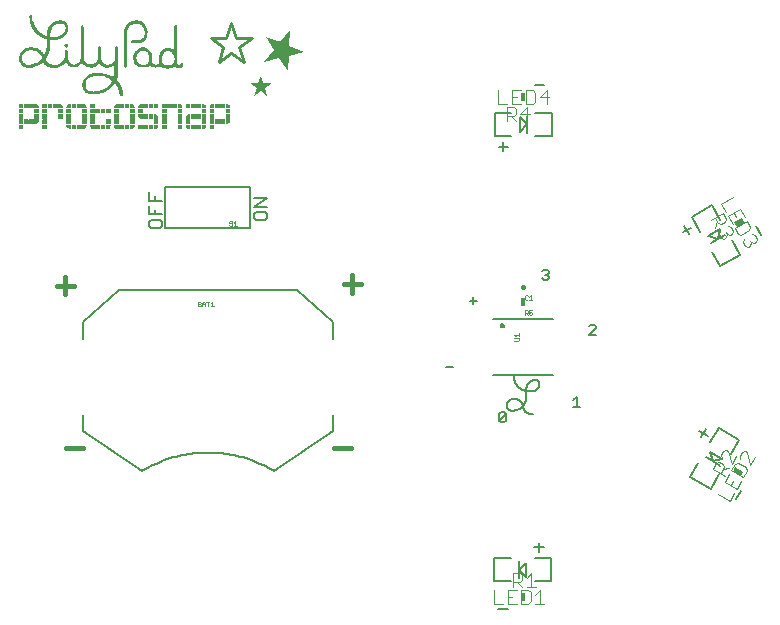
<source format=gbr>
G04 EAGLE Gerber RS-274X export*
G75*
%MOMM*%
%FSLAX34Y34*%
%LPD*%
%INSilkscreen Top*%
%IPPOS*%
%AMOC8*
5,1,8,0,0,1.08239X$1,22.5*%
G01*
%ADD10C,0.152400*%
%ADD11C,0.381000*%
%ADD12C,0.203200*%
%ADD13C,0.282000*%
%ADD14C,0.025400*%
%ADD15C,0.406400*%
%ADD16R,0.406400X0.711200*%
%ADD17R,0.457200X0.762000*%
%ADD18C,0.101600*%

G36*
X98562Y505828D02*
X98562Y505828D01*
X98645Y505911D01*
X98820Y505911D01*
X98862Y505928D01*
X98945Y506011D01*
X99020Y506011D01*
X99062Y506028D01*
X99162Y506128D01*
X99163Y506135D01*
X99173Y506144D01*
X99269Y506335D01*
X99462Y506528D01*
X99474Y506558D01*
X99475Y506558D01*
X99475Y506559D01*
X99479Y506570D01*
X99479Y508870D01*
X99475Y508876D01*
X99476Y508889D01*
X99379Y509180D01*
X99379Y509570D01*
X99375Y509576D01*
X99376Y509589D01*
X99277Y509886D01*
X98878Y511683D01*
X98877Y511683D01*
X98877Y511684D01*
X98677Y512484D01*
X98675Y512487D01*
X98674Y512493D01*
X98376Y513190D01*
X98177Y513886D01*
X98175Y513888D01*
X98174Y513893D01*
X97874Y514593D01*
X97873Y514594D01*
X97873Y514597D01*
X97574Y515195D01*
X97375Y515692D01*
X97364Y515699D01*
X97362Y515712D01*
X97322Y515729D01*
X97321Y515729D01*
X97320Y515729D01*
X97279Y515729D01*
X97279Y515770D01*
X97274Y515777D01*
X97273Y515797D01*
X97073Y516197D01*
X97067Y516200D01*
X97062Y516212D01*
X96969Y516305D01*
X96773Y516697D01*
X96767Y516700D01*
X96762Y516712D01*
X96679Y516795D01*
X96679Y516870D01*
X96662Y516912D01*
X96579Y516995D01*
X96579Y517070D01*
X96566Y517089D01*
X96562Y517112D01*
X96547Y517118D01*
X96543Y517125D01*
X96535Y517123D01*
X96520Y517129D01*
X96479Y517129D01*
X96479Y517170D01*
X96462Y517212D01*
X96365Y517309D01*
X95767Y518106D01*
X95764Y518107D01*
X95762Y518112D01*
X95365Y518509D01*
X95067Y518906D01*
X95061Y518908D01*
X95056Y518917D01*
X94664Y519211D01*
X94469Y519503D01*
X94462Y519506D01*
X94439Y519526D01*
X94152Y519622D01*
X94087Y519687D01*
X94277Y520352D01*
X94876Y522151D01*
X94875Y522155D01*
X94878Y522160D01*
X94978Y522759D01*
X95078Y523258D01*
X95078Y523259D01*
X95078Y523260D01*
X95178Y523859D01*
X95278Y524358D01*
X95277Y524361D01*
X95279Y524366D01*
X95379Y525866D01*
X95479Y527466D01*
X95478Y527468D01*
X95479Y527470D01*
X95479Y529168D01*
X95579Y530967D01*
X95578Y530968D01*
X95579Y530970D01*
X95579Y534470D01*
X95578Y534471D01*
X95579Y534473D01*
X95479Y536272D01*
X95479Y546070D01*
X95477Y546074D01*
X95478Y546082D01*
X95378Y546582D01*
X95374Y546586D01*
X95373Y546597D01*
X95175Y546993D01*
X95076Y547289D01*
X95070Y547293D01*
X95053Y547319D01*
X94758Y547516D01*
X94562Y547712D01*
X94553Y547714D01*
X94539Y547726D01*
X94239Y547826D01*
X94232Y547824D01*
X94220Y547829D01*
X93920Y547829D01*
X93878Y547812D01*
X93785Y547719D01*
X93394Y547523D01*
X93390Y547517D01*
X93378Y547512D01*
X93178Y547312D01*
X93176Y547303D01*
X93164Y547289D01*
X93065Y546993D01*
X92867Y546597D01*
X92868Y546590D01*
X92862Y546582D01*
X92762Y546082D01*
X92764Y546077D01*
X92761Y546070D01*
X92761Y540670D01*
X92763Y540666D01*
X92762Y540658D01*
X92861Y540164D01*
X92861Y538676D01*
X92762Y538182D01*
X92764Y538177D01*
X92761Y538170D01*
X92761Y537777D01*
X92663Y537386D01*
X92365Y536393D01*
X91870Y535501D01*
X91275Y534609D01*
X90483Y533916D01*
X89691Y533322D01*
X88701Y532926D01*
X87709Y532628D01*
X86617Y532529D01*
X85830Y532529D01*
X84939Y532826D01*
X84148Y533123D01*
X83457Y533617D01*
X82762Y534212D01*
X82167Y534907D01*
X81673Y535598D01*
X81375Y536391D01*
X81375Y536392D01*
X81374Y536393D01*
X81076Y537089D01*
X80979Y537477D01*
X80979Y537970D01*
X80976Y537975D01*
X80977Y537984D01*
X80879Y538377D01*
X80879Y546770D01*
X80862Y546812D01*
X80779Y546895D01*
X80779Y546970D01*
X80762Y547012D01*
X80679Y547095D01*
X80679Y547170D01*
X80662Y547212D01*
X80579Y547295D01*
X80579Y547370D01*
X80562Y547412D01*
X80462Y547512D01*
X80420Y547529D01*
X80345Y547529D01*
X80162Y547712D01*
X80120Y547729D01*
X79834Y547729D01*
X79647Y547823D01*
X79638Y547822D01*
X79620Y547829D01*
X79120Y547829D01*
X79101Y547816D01*
X79078Y547812D01*
X79072Y547797D01*
X79065Y547793D01*
X79067Y547785D01*
X79066Y547783D01*
X79065Y547782D01*
X79065Y547781D01*
X79061Y547770D01*
X79061Y547729D01*
X78920Y547729D01*
X78901Y547716D01*
X78878Y547712D01*
X78872Y547697D01*
X78865Y547693D01*
X78867Y547685D01*
X78861Y547670D01*
X78861Y547629D01*
X78820Y547629D01*
X78778Y547612D01*
X78478Y547312D01*
X78477Y547307D01*
X78471Y547303D01*
X78071Y546703D01*
X78071Y546694D01*
X78061Y546670D01*
X78061Y546377D01*
X77963Y545984D01*
X77964Y545979D01*
X77961Y545970D01*
X77961Y545470D01*
X77964Y545465D01*
X77963Y545456D01*
X78061Y545063D01*
X78061Y544170D01*
X78066Y544163D01*
X78067Y544144D01*
X78161Y543956D01*
X78161Y537677D01*
X78063Y537285D01*
X77765Y536193D01*
X77271Y535304D01*
X76579Y534514D01*
X75788Y533920D01*
X74894Y533423D01*
X74001Y533027D01*
X73111Y532829D01*
X72121Y532730D01*
X71330Y532828D01*
X70435Y533027D01*
X69742Y533225D01*
X68953Y533620D01*
X67764Y534611D01*
X67270Y535302D01*
X66875Y535992D01*
X66777Y536384D01*
X66774Y536388D01*
X66773Y536397D01*
X66577Y536789D01*
X66479Y537276D01*
X66479Y563170D01*
X66477Y563173D01*
X66479Y563178D01*
X66379Y563878D01*
X66376Y563882D01*
X66376Y563889D01*
X65976Y565089D01*
X65971Y565093D01*
X65969Y565103D01*
X65769Y565403D01*
X65765Y565405D01*
X65762Y565412D01*
X65562Y565612D01*
X65520Y565629D01*
X65445Y565629D01*
X65362Y565712D01*
X65320Y565729D01*
X64920Y565729D01*
X64913Y565725D01*
X64898Y565725D01*
X64398Y565525D01*
X64393Y565518D01*
X64373Y565506D01*
X64073Y565106D01*
X64072Y565098D01*
X64064Y565089D01*
X63864Y564489D01*
X63864Y564488D01*
X63863Y564486D01*
X63663Y563786D01*
X63665Y563780D01*
X63661Y563770D01*
X63661Y556070D01*
X63663Y556067D01*
X63662Y556060D01*
X63761Y555465D01*
X63761Y553270D01*
X63761Y553269D01*
X63761Y553268D01*
X63861Y550868D01*
X63961Y548269D01*
X63961Y540972D01*
X63861Y539176D01*
X63662Y537886D01*
X63640Y537828D01*
X63592Y537710D01*
X63521Y537532D01*
X63474Y537414D01*
X63403Y537236D01*
X63355Y537117D01*
X63284Y536940D01*
X63266Y536894D01*
X62770Y535902D01*
X62074Y535008D01*
X61379Y534213D01*
X60487Y533520D01*
X59594Y533024D01*
X58605Y532628D01*
X57723Y532530D01*
X56836Y532727D01*
X55948Y533023D01*
X55159Y533615D01*
X54465Y534309D01*
X53870Y535102D01*
X53373Y535996D01*
X52977Y536889D01*
X52778Y537783D01*
X52777Y537783D01*
X52777Y537784D01*
X52679Y538177D01*
X52679Y539560D01*
X52776Y539851D01*
X52775Y539857D01*
X52774Y539858D01*
X52779Y539870D01*
X52779Y543770D01*
X52775Y543776D01*
X52776Y543789D01*
X52576Y544389D01*
X52569Y544394D01*
X52562Y544412D01*
X51962Y545012D01*
X51953Y545014D01*
X51939Y545026D01*
X51639Y545126D01*
X51632Y545124D01*
X51620Y545129D01*
X51020Y545129D01*
X50978Y545112D01*
X50785Y544919D01*
X50594Y544823D01*
X50590Y544817D01*
X50578Y544812D01*
X50378Y544612D01*
X50376Y544603D01*
X50364Y544589D01*
X50064Y543689D01*
X50066Y543682D01*
X50061Y543670D01*
X50061Y539870D01*
X50064Y539865D01*
X50063Y539856D01*
X50161Y539463D01*
X50161Y538777D01*
X49864Y537589D01*
X49568Y536900D01*
X48975Y536109D01*
X48179Y535313D01*
X47283Y534516D01*
X46291Y533822D01*
X45195Y533324D01*
X45195Y533323D01*
X45194Y533323D01*
X44198Y532825D01*
X43211Y532529D01*
X42920Y532529D01*
X42913Y532524D01*
X42894Y532523D01*
X42706Y532429D01*
X40027Y532429D01*
X38837Y532727D01*
X37644Y533125D01*
X36551Y533720D01*
X35560Y534414D01*
X34869Y535204D01*
X34377Y536090D01*
X34181Y537166D01*
X34276Y537451D01*
X34276Y537453D01*
X34277Y537456D01*
X34377Y537853D01*
X34474Y538144D01*
X34669Y538437D01*
X34669Y538443D01*
X34676Y538451D01*
X34774Y538744D01*
X35369Y539637D01*
X35369Y539643D01*
X35376Y539651D01*
X35472Y539938D01*
X35662Y540128D01*
X35663Y540133D01*
X35669Y540137D01*
X35869Y540437D01*
X35869Y540443D01*
X35873Y540448D01*
X35875Y540449D01*
X35875Y540450D01*
X35876Y540451D01*
X35974Y540744D01*
X36169Y541037D01*
X36169Y541041D01*
X36171Y541042D01*
X36171Y541045D01*
X36176Y541051D01*
X36274Y541344D01*
X36469Y541637D01*
X36469Y541643D01*
X36476Y541651D01*
X36876Y542851D01*
X36876Y542853D01*
X36877Y542856D01*
X37077Y543656D01*
X37078Y543657D01*
X37278Y544557D01*
X37277Y544559D01*
X37279Y544563D01*
X37379Y545363D01*
X37479Y546263D01*
X37478Y546266D01*
X37479Y546270D01*
X37479Y548067D01*
X37579Y548963D01*
X37578Y548966D01*
X37579Y548970D01*
X37579Y551164D01*
X37678Y551658D01*
X37676Y551663D01*
X37679Y551670D01*
X37679Y552864D01*
X37769Y553311D01*
X39220Y553311D01*
X39221Y553311D01*
X39222Y553311D01*
X41622Y553411D01*
X41625Y553412D01*
X41628Y553411D01*
X43728Y553711D01*
X43730Y553713D01*
X43734Y553713D01*
X45734Y554213D01*
X45737Y554215D01*
X45743Y554215D01*
X47443Y554915D01*
X47444Y554918D01*
X47449Y554918D01*
X49049Y555818D01*
X49051Y555823D01*
X49058Y555825D01*
X50358Y556925D01*
X50359Y556929D01*
X50365Y556932D01*
X51465Y558232D01*
X51466Y558236D01*
X51471Y558241D01*
X52271Y559641D01*
X52271Y559644D01*
X52273Y559646D01*
X52274Y559646D01*
X52274Y559647D01*
X52275Y559647D01*
X52775Y560847D01*
X52774Y560851D01*
X52778Y560857D01*
X53078Y562157D01*
X53077Y562158D01*
X53079Y562161D01*
X53279Y563461D01*
X53276Y563466D01*
X53279Y563475D01*
X53179Y564775D01*
X53178Y564776D01*
X53179Y564779D01*
X52979Y566079D01*
X52974Y566084D01*
X52974Y566095D01*
X52474Y567195D01*
X52471Y567197D01*
X52469Y567203D01*
X51869Y568103D01*
X51863Y568106D01*
X51856Y568117D01*
X50956Y568817D01*
X50556Y569117D01*
X50551Y569118D01*
X50547Y569123D01*
X50147Y569323D01*
X50144Y569323D01*
X50142Y569325D01*
X49642Y569525D01*
X49638Y569524D01*
X49632Y569528D01*
X48632Y569728D01*
X48631Y569728D01*
X48630Y569728D01*
X48030Y569828D01*
X48026Y569827D01*
X48020Y569829D01*
X45620Y569829D01*
X45614Y569825D01*
X45601Y569826D01*
X45310Y569729D01*
X44720Y569729D01*
X44714Y569725D01*
X44701Y569726D01*
X44404Y569627D01*
X42607Y569228D01*
X42604Y569224D01*
X42596Y569224D01*
X40996Y568524D01*
X40995Y568522D01*
X40991Y568521D01*
X39591Y567721D01*
X39589Y567717D01*
X39582Y567715D01*
X38282Y566615D01*
X38281Y566611D01*
X38275Y566608D01*
X37175Y565308D01*
X37174Y565304D01*
X37169Y565299D01*
X36369Y563899D01*
X36369Y563898D01*
X36369Y563895D01*
X36365Y563891D01*
X35765Y562291D01*
X35766Y562286D01*
X35762Y562280D01*
X35462Y560582D01*
X35363Y560184D01*
X35364Y560179D01*
X35361Y560170D01*
X35361Y559676D01*
X35262Y559182D01*
X35264Y559177D01*
X35261Y559170D01*
X35261Y558676D01*
X35162Y558182D01*
X35164Y558177D01*
X35161Y558170D01*
X35161Y557677D01*
X35063Y557284D01*
X35064Y557279D01*
X35061Y557270D01*
X35061Y556953D01*
X32544Y557824D01*
X30153Y559120D01*
X28161Y560713D01*
X26367Y562706D01*
X24873Y564998D01*
X23776Y567690D01*
X22878Y570584D01*
X22279Y573975D01*
X22279Y574070D01*
X22262Y574112D01*
X22179Y574195D01*
X22179Y574370D01*
X22162Y574412D01*
X22062Y574512D01*
X22055Y574513D01*
X22047Y574523D01*
X21847Y574623D01*
X21838Y574622D01*
X21820Y574629D01*
X21745Y574629D01*
X21662Y574712D01*
X21620Y574729D01*
X20820Y574729D01*
X20813Y574724D01*
X20794Y574723D01*
X20594Y574623D01*
X20590Y574616D01*
X20567Y574597D01*
X20471Y574405D01*
X20378Y574312D01*
X20377Y574305D01*
X20367Y574297D01*
X20167Y573897D01*
X20168Y573888D01*
X20161Y573870D01*
X20161Y573670D01*
X20162Y573669D01*
X20161Y573666D01*
X20361Y570766D01*
X20363Y570764D01*
X20362Y570759D01*
X20862Y568159D01*
X20865Y568156D01*
X20864Y568150D01*
X21764Y565650D01*
X21766Y565648D01*
X21767Y565644D01*
X22867Y563344D01*
X22869Y563343D01*
X22870Y563338D01*
X24270Y561138D01*
X24273Y561137D01*
X24275Y561132D01*
X25875Y559232D01*
X25878Y559231D01*
X25881Y559226D01*
X27781Y557526D01*
X27784Y557525D01*
X27788Y557520D01*
X29988Y556120D01*
X29989Y556120D01*
X29990Y556119D01*
X30490Y555819D01*
X30494Y555819D01*
X30498Y555815D01*
X30994Y555617D01*
X31490Y555319D01*
X31494Y555319D01*
X31498Y555315D01*
X33987Y554320D01*
X34078Y554228D01*
X34120Y554211D01*
X34295Y554211D01*
X34378Y554128D01*
X34420Y554111D01*
X34595Y554111D01*
X34678Y554028D01*
X34685Y554027D01*
X34694Y554017D01*
X34894Y553917D01*
X34902Y553918D01*
X34920Y553911D01*
X35006Y553911D01*
X35161Y553833D01*
X35161Y550572D01*
X35061Y548875D01*
X34861Y547077D01*
X34662Y545380D01*
X34263Y543686D01*
X33765Y542193D01*
X33108Y540879D01*
X32769Y541304D01*
X32471Y541800D01*
X32466Y541803D01*
X32462Y541812D01*
X31964Y542310D01*
X31566Y542807D01*
X31566Y542808D01*
X31066Y543408D01*
X31063Y543409D01*
X31062Y543412D01*
X30062Y544412D01*
X30057Y544413D01*
X30053Y544419D01*
X29453Y544819D01*
X28454Y545519D01*
X28451Y545519D01*
X28448Y545522D01*
X27348Y546122D01*
X27343Y546122D01*
X27336Y546127D01*
X26236Y546427D01*
X26235Y546427D01*
X26234Y546427D01*
X25034Y546727D01*
X25033Y546727D01*
X25031Y546728D01*
X23931Y546928D01*
X23929Y546928D01*
X23927Y546929D01*
X22127Y547129D01*
X22124Y547128D01*
X22120Y547129D01*
X20720Y547129D01*
X20717Y547127D01*
X20710Y547128D01*
X18910Y546828D01*
X18908Y546826D01*
X18903Y546827D01*
X17203Y546327D01*
X17200Y546323D01*
X17191Y546322D01*
X15591Y545422D01*
X15589Y545418D01*
X15584Y545417D01*
X14284Y544417D01*
X14282Y544411D01*
X14273Y544406D01*
X12173Y541606D01*
X12172Y541597D01*
X12162Y541584D01*
X11362Y538284D01*
X11365Y538276D01*
X11361Y538261D01*
X11761Y535661D01*
X11766Y535656D01*
X11767Y535644D01*
X12967Y533144D01*
X12971Y533142D01*
X12974Y533132D01*
X13874Y532032D01*
X13878Y532031D01*
X13880Y532026D01*
X14880Y531126D01*
X14884Y531125D01*
X14886Y531125D01*
X14892Y531118D01*
X15992Y530518D01*
X15996Y530518D01*
X16003Y530513D01*
X17303Y530113D01*
X17309Y530115D01*
X17320Y530111D01*
X17610Y530111D01*
X17901Y530014D01*
X17908Y530016D01*
X17920Y530011D01*
X18610Y530011D01*
X18901Y529914D01*
X18908Y529916D01*
X18920Y529911D01*
X19820Y529911D01*
X19821Y529911D01*
X19823Y529911D01*
X21823Y530011D01*
X21826Y530013D01*
X21832Y530012D01*
X23732Y530412D01*
X23735Y530414D01*
X23740Y530414D01*
X25440Y531014D01*
X25440Y531015D01*
X25441Y531015D01*
X27041Y531615D01*
X27043Y531617D01*
X27048Y531618D01*
X28548Y532418D01*
X28549Y532420D01*
X28554Y532421D01*
X29853Y533321D01*
X31053Y534121D01*
X31054Y534123D01*
X31057Y534124D01*
X32000Y534878D01*
X32367Y534144D01*
X32371Y534141D01*
X32373Y534134D01*
X32669Y533739D01*
X32867Y533344D01*
X32871Y533341D01*
X32873Y533334D01*
X33473Y532534D01*
X33476Y532533D01*
X33478Y532528D01*
X34078Y531928D01*
X34080Y531928D01*
X34082Y531924D01*
X34682Y531424D01*
X34684Y531424D01*
X34686Y531422D01*
X35386Y530922D01*
X35389Y530922D01*
X35394Y530917D01*
X36194Y530517D01*
X36196Y530517D01*
X36199Y530515D01*
X36999Y530215D01*
X37003Y530215D01*
X37007Y530212D01*
X38807Y529812D01*
X38810Y529813D01*
X38814Y529811D01*
X40814Y529611D01*
X40819Y529614D01*
X40827Y529611D01*
X41624Y529711D01*
X42320Y529711D01*
X42323Y529713D01*
X42327Y529711D01*
X43127Y529811D01*
X43130Y529814D01*
X43136Y529813D01*
X43832Y530012D01*
X44528Y530111D01*
X44531Y530114D01*
X44536Y530113D01*
X45236Y530313D01*
X45238Y530315D01*
X45243Y530316D01*
X46643Y530916D01*
X47142Y531115D01*
X47143Y531117D01*
X47147Y531117D01*
X47747Y531417D01*
X47749Y531421D01*
X47756Y531423D01*
X48153Y531721D01*
X48650Y532019D01*
X48653Y532024D01*
X48662Y532028D01*
X49059Y532425D01*
X49856Y533023D01*
X49858Y533029D01*
X49867Y533034D01*
X50159Y533423D01*
X50347Y533517D01*
X50350Y533523D01*
X50362Y533528D01*
X50555Y533721D01*
X50747Y533817D01*
X50750Y533823D01*
X50762Y533828D01*
X50862Y533928D01*
X50863Y533935D01*
X50873Y533944D01*
X50964Y534126D01*
X51147Y534217D01*
X51150Y534223D01*
X51162Y534228D01*
X51214Y534280D01*
X51773Y533534D01*
X51774Y533534D01*
X51775Y533531D01*
X52975Y532131D01*
X52978Y532130D01*
X52981Y532125D01*
X53781Y531425D01*
X53784Y531425D01*
X53785Y531424D01*
X53786Y531423D01*
X53789Y531420D01*
X54589Y530920D01*
X54592Y530920D01*
X54596Y530916D01*
X55496Y530516D01*
X55499Y530516D01*
X55503Y530513D01*
X56503Y530213D01*
X56508Y530215D01*
X56515Y530211D01*
X57615Y530111D01*
X57617Y530112D01*
X57620Y530111D01*
X58420Y530111D01*
X58425Y530114D01*
X58434Y530113D01*
X59234Y530313D01*
X59236Y530314D01*
X59239Y530314D01*
X59839Y530514D01*
X59840Y530516D01*
X59843Y530516D01*
X60543Y530816D01*
X60546Y530819D01*
X60553Y530821D01*
X62353Y532021D01*
X62355Y532025D01*
X62362Y532028D01*
X62858Y532524D01*
X63153Y532721D01*
X63155Y532725D01*
X63162Y532728D01*
X63355Y532921D01*
X63547Y533017D01*
X63548Y533020D01*
X63553Y533021D01*
X63853Y533221D01*
X63855Y533225D01*
X63862Y533228D01*
X64058Y533424D01*
X64350Y533619D01*
X64547Y533717D01*
X64548Y533720D01*
X64553Y533721D01*
X64806Y533890D01*
X65373Y533134D01*
X65376Y533133D01*
X65378Y533128D01*
X66078Y532428D01*
X66082Y532427D01*
X66084Y532423D01*
X66884Y531823D01*
X66886Y531823D01*
X66887Y531821D01*
X67787Y531221D01*
X67790Y531221D01*
X67794Y531217D01*
X68794Y530717D01*
X68796Y530717D01*
X68800Y530714D01*
X69900Y530314D01*
X69904Y530315D01*
X69910Y530312D01*
X71110Y530112D01*
X71112Y530112D01*
X71115Y530111D01*
X72315Y530011D01*
X72317Y530012D01*
X72320Y530011D01*
X73120Y530011D01*
X73125Y530014D01*
X73134Y530013D01*
X73927Y530211D01*
X74320Y530211D01*
X74325Y530214D01*
X74334Y530213D01*
X74734Y530313D01*
X74739Y530318D01*
X74753Y530321D01*
X75044Y530515D01*
X75434Y530613D01*
X75437Y530615D01*
X75442Y530615D01*
X75942Y530815D01*
X75944Y530818D01*
X75950Y530819D01*
X76950Y531419D01*
X76952Y531422D01*
X76956Y531423D01*
X77356Y531723D01*
X77357Y531726D01*
X77362Y531728D01*
X79158Y533524D01*
X79773Y532734D01*
X79776Y532733D01*
X79778Y532728D01*
X80478Y532028D01*
X80482Y532027D01*
X80484Y532023D01*
X81284Y531423D01*
X81288Y531422D01*
X81291Y531418D01*
X82191Y530918D01*
X82194Y530918D01*
X82196Y530916D01*
X83096Y530516D01*
X83099Y530516D01*
X83103Y530513D01*
X84103Y530213D01*
X84106Y530214D01*
X84109Y530212D01*
X85209Y530012D01*
X85213Y530013D01*
X85220Y530011D01*
X87520Y530011D01*
X87527Y530016D01*
X87547Y530017D01*
X87734Y530111D01*
X88020Y530111D01*
X88024Y530113D01*
X88032Y530112D01*
X88532Y530212D01*
X88534Y530214D01*
X88539Y530214D01*
X89139Y530414D01*
X89140Y530415D01*
X89142Y530415D01*
X89640Y530614D01*
X90839Y531014D01*
X90842Y531018D01*
X90850Y531019D01*
X91850Y531619D01*
X91852Y531622D01*
X91857Y531624D01*
X92261Y531947D01*
X92261Y528772D01*
X92161Y527274D01*
X92061Y525877D01*
X91662Y523483D01*
X91364Y522488D01*
X91087Y521659D01*
X89650Y522521D01*
X89649Y522521D01*
X89647Y522523D01*
X88047Y523323D01*
X88045Y523323D01*
X88043Y523324D01*
X86643Y523924D01*
X86642Y523925D01*
X85142Y524525D01*
X85139Y524524D01*
X85136Y524527D01*
X83736Y524927D01*
X83735Y524926D01*
X83732Y524928D01*
X82572Y525177D01*
X82569Y525183D01*
X82567Y525206D01*
X82553Y525214D01*
X82550Y525221D01*
X82542Y525221D01*
X82528Y525229D01*
X81128Y525429D01*
X81127Y525428D01*
X81125Y525429D01*
X79825Y525529D01*
X79823Y525528D01*
X79820Y525529D01*
X77120Y525529D01*
X77118Y525528D01*
X77115Y525529D01*
X74915Y525329D01*
X74913Y525328D01*
X74909Y525328D01*
X73809Y525128D01*
X73808Y525128D01*
X72808Y524928D01*
X72807Y524926D01*
X72803Y524927D01*
X71803Y524627D01*
X71802Y524626D01*
X71801Y524626D01*
X70901Y524326D01*
X70900Y524324D01*
X70895Y524324D01*
X69795Y523824D01*
X69793Y523820D01*
X69786Y523819D01*
X68786Y523119D01*
X68785Y523115D01*
X68778Y523112D01*
X67878Y522212D01*
X67878Y522210D01*
X67876Y522209D01*
X67076Y521309D01*
X67075Y521306D01*
X67071Y521304D01*
X66371Y520304D01*
X66371Y520301D01*
X66368Y520298D01*
X65768Y519198D01*
X65768Y519195D01*
X65764Y519190D01*
X65364Y518090D01*
X65365Y518088D01*
X65363Y518086D01*
X65063Y516986D01*
X65065Y516980D01*
X65061Y516970D01*
X65061Y515570D01*
X65062Y515568D01*
X65061Y515565D01*
X65161Y514265D01*
X65164Y514262D01*
X65163Y514254D01*
X65463Y513154D01*
X65464Y513153D01*
X65464Y513150D01*
X65864Y512050D01*
X65868Y512047D01*
X65869Y512040D01*
X66469Y511040D01*
X66470Y511039D01*
X66471Y511037D01*
X67071Y510137D01*
X67074Y510136D01*
X67075Y510131D01*
X67675Y509431D01*
X67679Y509430D01*
X67681Y509425D01*
X68381Y508825D01*
X68387Y508824D01*
X68394Y508817D01*
X68990Y508519D01*
X69587Y508121D01*
X69593Y508121D01*
X69599Y508115D01*
X70399Y507815D01*
X70403Y507815D01*
X70407Y507812D01*
X72207Y507412D01*
X72210Y507413D01*
X72214Y507411D01*
X74214Y507211D01*
X74216Y507212D01*
X74220Y507211D01*
X77220Y507211D01*
X77225Y507214D01*
X77234Y507213D01*
X77627Y507311D01*
X77920Y507311D01*
X77924Y507313D01*
X77932Y507312D01*
X79432Y507612D01*
X79434Y507614D01*
X79438Y507613D01*
X81038Y508113D01*
X81039Y508115D01*
X81042Y508115D01*
X82542Y508715D01*
X82543Y508716D01*
X82545Y508716D01*
X84045Y509416D01*
X84046Y509418D01*
X84049Y509419D01*
X85449Y510219D01*
X85450Y510220D01*
X85452Y510220D01*
X86852Y511120D01*
X86854Y511124D01*
X86860Y511126D01*
X87959Y512125D01*
X89058Y513024D01*
X89058Y513027D01*
X89062Y513028D01*
X89562Y513528D01*
X89562Y513531D01*
X89566Y513533D01*
X89966Y514032D01*
X90464Y514630D01*
X90962Y515128D01*
X90962Y515131D01*
X90966Y515133D01*
X91766Y516133D01*
X91767Y516138D01*
X91773Y516144D01*
X92071Y516739D01*
X92326Y517080D01*
X92875Y516532D01*
X93371Y515837D01*
X93868Y515041D01*
X94367Y514044D01*
X94865Y512948D01*
X95264Y511751D01*
X95265Y511751D01*
X95265Y511749D01*
X95764Y510451D01*
X96161Y509062D01*
X96161Y508970D01*
X96178Y508928D01*
X96261Y508845D01*
X96261Y508670D01*
X96278Y508628D01*
X96361Y508545D01*
X96361Y508370D01*
X96364Y508365D01*
X96363Y508356D01*
X96663Y507156D01*
X96666Y507152D01*
X96667Y507144D01*
X97067Y506344D01*
X97073Y506340D01*
X97078Y506328D01*
X97278Y506128D01*
X97283Y506127D01*
X97283Y506126D01*
X97284Y506124D01*
X97285Y506124D01*
X97287Y506121D01*
X97587Y505921D01*
X97596Y505921D01*
X97620Y505911D01*
X98461Y505911D01*
X98461Y505870D01*
X98468Y505860D01*
X98465Y505847D01*
X98485Y505834D01*
X98497Y505815D01*
X98510Y505818D01*
X98520Y505811D01*
X98562Y505828D01*
G37*
G36*
X137825Y529014D02*
X137825Y529014D01*
X137836Y529013D01*
X138528Y529211D01*
X139420Y529211D01*
X139423Y529213D01*
X139427Y529211D01*
X140227Y529311D01*
X140230Y529313D01*
X140234Y529313D01*
X141034Y529513D01*
X141037Y529515D01*
X141043Y529516D01*
X142443Y530116D01*
X142446Y530119D01*
X142453Y530121D01*
X143612Y530894D01*
X144178Y530328D01*
X144183Y530327D01*
X144187Y530321D01*
X144486Y530122D01*
X144884Y529823D01*
X144893Y529822D01*
X144906Y529813D01*
X145306Y529713D01*
X145307Y529713D01*
X145308Y529712D01*
X145807Y529612D01*
X146206Y529513D01*
X146211Y529514D01*
X146220Y529511D01*
X147320Y529511D01*
X147323Y529513D01*
X147330Y529512D01*
X147930Y529612D01*
X147935Y529616D01*
X147947Y529617D01*
X148547Y529917D01*
X148548Y529919D01*
X148550Y529919D01*
X149050Y530219D01*
X149052Y530222D01*
X149056Y530223D01*
X149456Y530523D01*
X149458Y530528D01*
X149466Y530533D01*
X150266Y531533D01*
X150267Y531541D01*
X150276Y531551D01*
X150475Y532147D01*
X150573Y532344D01*
X150572Y532352D01*
X150579Y532370D01*
X150579Y532663D01*
X150677Y533056D01*
X150674Y533064D01*
X150676Y533089D01*
X150579Y533380D01*
X150579Y533670D01*
X150574Y533677D01*
X150569Y533703D01*
X150369Y534003D01*
X150362Y534006D01*
X150353Y534019D01*
X150053Y534219D01*
X150050Y534219D01*
X150047Y534223D01*
X149647Y534423D01*
X149638Y534422D01*
X149620Y534429D01*
X149320Y534429D01*
X149313Y534424D01*
X149294Y534423D01*
X149094Y534323D01*
X149090Y534317D01*
X149078Y534312D01*
X148778Y534012D01*
X148777Y534005D01*
X148767Y533997D01*
X148667Y533797D01*
X148667Y533793D01*
X148664Y533789D01*
X148565Y533493D01*
X148467Y533297D01*
X148467Y533293D01*
X148464Y533289D01*
X148364Y532989D01*
X148366Y532982D01*
X148361Y532970D01*
X148361Y532929D01*
X148320Y532929D01*
X148301Y532916D01*
X148278Y532912D01*
X148272Y532897D01*
X148265Y532893D01*
X148267Y532886D01*
X148265Y532885D01*
X148266Y532882D01*
X148261Y532870D01*
X148261Y532795D01*
X148178Y532712D01*
X148177Y532705D01*
X148167Y532697D01*
X147971Y532305D01*
X147685Y532019D01*
X147506Y531929D01*
X147320Y531929D01*
X147313Y531924D01*
X147294Y531923D01*
X147106Y531829D01*
X146831Y531829D01*
X146349Y532022D01*
X145967Y532309D01*
X145677Y532888D01*
X145579Y533578D01*
X145479Y534374D01*
X145479Y564870D01*
X145475Y564876D01*
X145476Y564889D01*
X145376Y565189D01*
X145369Y565194D01*
X145362Y565212D01*
X145069Y565505D01*
X144973Y565697D01*
X144966Y565700D01*
X144947Y565723D01*
X144747Y565823D01*
X144738Y565822D01*
X144720Y565829D01*
X144530Y565829D01*
X144239Y565926D01*
X144229Y565924D01*
X144220Y565929D01*
X144178Y565912D01*
X144095Y565829D01*
X143820Y565829D01*
X143778Y565812D01*
X143695Y565729D01*
X143620Y565729D01*
X143578Y565712D01*
X143495Y565629D01*
X143420Y565629D01*
X143401Y565616D01*
X143378Y565612D01*
X143372Y565597D01*
X143365Y565593D01*
X143366Y565591D01*
X143365Y565591D01*
X143367Y565584D01*
X143361Y565570D01*
X143361Y565529D01*
X143320Y565529D01*
X143301Y565516D01*
X143278Y565512D01*
X143272Y565497D01*
X143265Y565493D01*
X143267Y565485D01*
X143261Y565470D01*
X143261Y565395D01*
X143178Y565312D01*
X143172Y565298D01*
X143167Y565294D01*
X143168Y565288D01*
X143161Y565270D01*
X143161Y565229D01*
X143120Y565229D01*
X143101Y565216D01*
X143078Y565212D01*
X143072Y565197D01*
X143065Y565193D01*
X143067Y565185D01*
X143061Y565170D01*
X143061Y565029D01*
X143020Y565029D01*
X143001Y565016D01*
X142978Y565012D01*
X142972Y564997D01*
X142965Y564993D01*
X142967Y564985D01*
X142961Y564970D01*
X142961Y550472D01*
X142861Y549175D01*
X142862Y549173D01*
X142861Y549170D01*
X142861Y546673D01*
X142761Y545676D01*
X142762Y545674D01*
X142761Y545670D01*
X142761Y544981D01*
X141953Y545519D01*
X141949Y545519D01*
X141944Y545524D01*
X141047Y545923D01*
X140349Y546321D01*
X140344Y546321D01*
X140336Y546327D01*
X139638Y546527D01*
X139039Y546726D01*
X139037Y546726D01*
X139034Y546727D01*
X138634Y546827D01*
X138629Y546826D01*
X138620Y546829D01*
X138145Y546829D01*
X138062Y546912D01*
X138020Y546929D01*
X137720Y546929D01*
X137717Y546927D01*
X137712Y546929D01*
X136312Y546729D01*
X136308Y546726D01*
X136301Y546726D01*
X135101Y546326D01*
X135098Y546322D01*
X135090Y546321D01*
X133890Y545621D01*
X133889Y545619D01*
X133885Y545618D01*
X132785Y544818D01*
X132783Y544813D01*
X132776Y544810D01*
X131876Y543810D01*
X131876Y543808D01*
X131874Y543807D01*
X131074Y542807D01*
X131073Y542802D01*
X131067Y542797D01*
X130467Y541597D01*
X130467Y541595D01*
X130466Y541594D01*
X130467Y541591D01*
X130463Y541586D01*
X130163Y540486D01*
X130163Y540484D01*
X130162Y540483D01*
X129962Y539583D01*
X129963Y539581D01*
X129961Y539577D01*
X129761Y537977D01*
X129763Y537975D01*
X129761Y537970D01*
X129761Y535670D01*
X129763Y535667D01*
X129761Y535662D01*
X129861Y534962D01*
X129864Y534958D01*
X129864Y534951D01*
X130056Y534375D01*
X129869Y534001D01*
X129575Y533609D01*
X129281Y533315D01*
X128889Y533021D01*
X128499Y532826D01*
X127320Y532531D01*
X126934Y532627D01*
X126929Y532626D01*
X126920Y532629D01*
X126630Y532629D01*
X126339Y532726D01*
X126332Y532724D01*
X126320Y532729D01*
X126038Y532729D01*
X125753Y532919D01*
X125750Y532919D01*
X125747Y532923D01*
X125555Y533019D01*
X125362Y533212D01*
X125355Y533213D01*
X125347Y533223D01*
X125161Y533316D01*
X124772Y533898D01*
X124475Y534592D01*
X124178Y535384D01*
X124079Y536276D01*
X123979Y537273D01*
X123979Y541170D01*
X123962Y541212D01*
X123879Y541295D01*
X123879Y541470D01*
X123862Y541512D01*
X123779Y541595D01*
X123779Y541770D01*
X123762Y541812D01*
X123679Y541895D01*
X123679Y541970D01*
X123674Y541977D01*
X123673Y541997D01*
X123579Y542184D01*
X123579Y542370D01*
X123562Y542412D01*
X123467Y542507D01*
X122470Y544101D01*
X122467Y544103D01*
X122465Y544109D01*
X121765Y544909D01*
X121763Y544909D01*
X121762Y544912D01*
X121062Y545612D01*
X121057Y545613D01*
X121053Y545619D01*
X120153Y546219D01*
X120150Y546219D01*
X120147Y546223D01*
X119147Y546723D01*
X119142Y546722D01*
X119136Y546727D01*
X118036Y547027D01*
X118022Y547023D01*
X118018Y547023D01*
X118014Y547020D01*
X117993Y547023D01*
X117981Y547009D01*
X117973Y547006D01*
X117973Y546999D01*
X117967Y546992D01*
X117965Y547009D01*
X117959Y547012D01*
X117957Y547016D01*
X117949Y547017D01*
X117925Y547029D01*
X116625Y547129D01*
X116623Y547128D01*
X116620Y547129D01*
X115920Y547129D01*
X115914Y547125D01*
X115901Y547126D01*
X115610Y547029D01*
X115120Y547029D01*
X115114Y547025D01*
X115101Y547026D01*
X114810Y546929D01*
X114520Y546929D01*
X114513Y546925D01*
X114497Y546924D01*
X113797Y546624D01*
X113796Y546623D01*
X113794Y546623D01*
X112994Y546223D01*
X112992Y546221D01*
X112989Y546220D01*
X112189Y545720D01*
X112188Y545718D01*
X112184Y545717D01*
X111384Y545117D01*
X111384Y545116D01*
X111381Y545115D01*
X110581Y544415D01*
X110580Y544411D01*
X110575Y544409D01*
X109975Y543709D01*
X109975Y543705D01*
X109970Y543701D01*
X109470Y542901D01*
X109470Y542900D01*
X109469Y542899D01*
X109069Y542199D01*
X109069Y542195D01*
X109064Y542189D01*
X108764Y541289D01*
X108765Y541285D01*
X108762Y541281D01*
X108362Y539081D01*
X108363Y539077D01*
X108361Y539070D01*
X108361Y537970D01*
X108362Y537968D01*
X108361Y537965D01*
X108561Y535765D01*
X108564Y535761D01*
X108563Y535753D01*
X108863Y534753D01*
X108865Y534752D01*
X108865Y534749D01*
X109165Y533949D01*
X109170Y533945D01*
X109173Y533934D01*
X109773Y533134D01*
X109776Y533133D01*
X109778Y533128D01*
X110478Y532428D01*
X110480Y532428D01*
X110481Y532425D01*
X111281Y531725D01*
X111287Y531725D01*
X111294Y531717D01*
X112294Y531217D01*
X112295Y531216D01*
X113395Y530716D01*
X113399Y530717D01*
X113404Y530713D01*
X114504Y530413D01*
X114507Y530414D01*
X114511Y530411D01*
X115811Y530211D01*
X115813Y530212D01*
X115815Y530211D01*
X117115Y530111D01*
X117117Y530112D01*
X117120Y530111D01*
X117920Y530111D01*
X117923Y530113D01*
X117927Y530111D01*
X118727Y530211D01*
X118730Y530214D01*
X118736Y530213D01*
X120836Y530813D01*
X120839Y530816D01*
X120847Y530817D01*
X121447Y531117D01*
X121448Y531120D01*
X121453Y531121D01*
X122612Y531894D01*
X122978Y531528D01*
X122981Y531528D01*
X122983Y531524D01*
X123483Y531124D01*
X123486Y531123D01*
X123490Y531119D01*
X123990Y530819D01*
X123992Y530819D01*
X123994Y530817D01*
X124594Y530517D01*
X124597Y530517D01*
X124601Y530514D01*
X125201Y530314D01*
X125205Y530315D01*
X125210Y530312D01*
X125810Y530212D01*
X125811Y530212D01*
X125812Y530211D01*
X127212Y530011D01*
X127218Y530014D01*
X127230Y530012D01*
X127825Y530111D01*
X128420Y530111D01*
X128424Y530113D01*
X128432Y530112D01*
X128932Y530212D01*
X128934Y530214D01*
X128939Y530214D01*
X129539Y530414D01*
X129540Y530415D01*
X129542Y530415D01*
X130542Y530815D01*
X130545Y530820D01*
X130556Y530823D01*
X131318Y531394D01*
X132482Y530424D01*
X132486Y530424D01*
X132491Y530419D01*
X133191Y530019D01*
X133195Y530019D01*
X133199Y530015D01*
X134799Y529415D01*
X134803Y529415D01*
X134807Y529412D01*
X135707Y529212D01*
X135708Y529213D01*
X135709Y529212D01*
X136809Y529012D01*
X136813Y529013D01*
X136820Y529011D01*
X137820Y529011D01*
X137825Y529014D01*
G37*
G36*
X238925Y526781D02*
X238925Y526781D01*
X238949Y526797D01*
X239747Y539961D01*
X252613Y543352D01*
X252623Y543366D01*
X252639Y543370D01*
X252636Y543382D01*
X252649Y543399D01*
X252626Y543417D01*
X252618Y543446D01*
X240251Y548233D01*
X241049Y561497D01*
X241040Y561511D01*
X241040Y561528D01*
X241028Y561529D01*
X241016Y561547D01*
X240991Y561530D01*
X240962Y561531D01*
X232585Y551259D01*
X220218Y556146D01*
X220202Y556141D01*
X220186Y556147D01*
X220181Y556136D01*
X220161Y556130D01*
X220169Y556101D01*
X220159Y556073D01*
X227339Y544904D01*
X218862Y534631D01*
X218861Y534614D01*
X218851Y534601D01*
X218860Y534593D01*
X218860Y534572D01*
X218889Y534571D01*
X218913Y534552D01*
X231778Y537943D01*
X238858Y526774D01*
X238874Y526768D01*
X238884Y526753D01*
X238894Y526760D01*
X238914Y526753D01*
X238925Y526781D01*
G37*
%LPC*%
G36*
X73529Y509729D02*
X73529Y509729D01*
X72236Y510027D01*
X71044Y510425D01*
X69956Y511018D01*
X69163Y511811D01*
X68472Y512601D01*
X68077Y513686D01*
X67879Y514779D01*
X67779Y515574D01*
X67779Y516366D01*
X67878Y517058D01*
X68275Y518448D01*
X68571Y519040D01*
X68968Y519635D01*
X69364Y520130D01*
X70058Y520824D01*
X70951Y521420D01*
X71845Y521916D01*
X72939Y522314D01*
X74233Y522712D01*
X75526Y522911D01*
X78522Y523111D01*
X79318Y523111D01*
X80814Y523011D01*
X82163Y522818D01*
X82161Y522772D01*
X82170Y522757D01*
X82170Y522739D01*
X82191Y522724D01*
X82195Y522716D01*
X82200Y522717D01*
X82207Y522712D01*
X83505Y522413D01*
X84899Y522014D01*
X86194Y521417D01*
X87490Y520719D01*
X88786Y519921D01*
X90044Y518954D01*
X89169Y517301D01*
X87975Y515608D01*
X86579Y514213D01*
X84985Y512818D01*
X83192Y511722D01*
X81200Y510826D01*
X79106Y510228D01*
X76909Y509828D01*
X76907Y509826D01*
X76901Y509826D01*
X76610Y509729D01*
X75320Y509729D01*
X75314Y509725D01*
X75301Y509726D01*
X75012Y509630D01*
X73529Y509729D01*
G37*
%LPD*%
G36*
X101975Y530047D02*
X101975Y530047D01*
X101966Y530090D01*
X102030Y530111D01*
X102320Y530111D01*
X102362Y530128D01*
X102762Y530528D01*
X102763Y530535D01*
X102773Y530544D01*
X102873Y530744D01*
X102873Y530747D01*
X102876Y530751D01*
X103076Y531351D01*
X103076Y531353D01*
X103077Y531356D01*
X103177Y531756D01*
X103168Y531783D01*
X103162Y531812D01*
X103156Y531814D01*
X103155Y531818D01*
X103147Y531818D01*
X103120Y531829D01*
X103079Y531829D01*
X103079Y531970D01*
X103066Y531989D01*
X103062Y532012D01*
X103047Y532018D01*
X103043Y532025D01*
X103035Y532023D01*
X103020Y532029D01*
X102863Y532029D01*
X102962Y532128D01*
X102979Y532170D01*
X102979Y532211D01*
X103020Y532211D01*
X103039Y532224D01*
X103062Y532228D01*
X103068Y532243D01*
X103075Y532247D01*
X103073Y532255D01*
X103079Y532270D01*
X103079Y548670D01*
X103078Y548673D01*
X103079Y548677D01*
X102979Y549474D01*
X102979Y550870D01*
X102978Y550873D01*
X102979Y550877D01*
X102879Y551674D01*
X102879Y554370D01*
X102878Y554372D01*
X102879Y554374D01*
X102779Y555772D01*
X102779Y558267D01*
X102879Y559365D01*
X102878Y559367D01*
X102879Y559370D01*
X102879Y560464D01*
X103078Y561457D01*
X103376Y562648D01*
X103970Y563739D01*
X104665Y564731D01*
X105656Y565623D01*
X106747Y566317D01*
X108040Y566814D01*
X109331Y567211D01*
X110722Y567311D01*
X111510Y567311D01*
X111801Y567214D01*
X111803Y567214D01*
X111806Y567213D01*
X112206Y567113D01*
X112211Y567114D01*
X112220Y567111D01*
X112613Y567111D01*
X113003Y567013D01*
X113297Y566915D01*
X114489Y566319D01*
X115182Y565825D01*
X115875Y565132D01*
X116370Y564438D01*
X116866Y563544D01*
X117264Y562551D01*
X117562Y561556D01*
X117761Y560462D01*
X117860Y559470D01*
X117761Y558479D01*
X117364Y556690D01*
X116969Y555901D01*
X116473Y555206D01*
X115978Y554612D01*
X115290Y554023D01*
X115001Y553926D01*
X114998Y553921D01*
X114987Y553919D01*
X114694Y553724D01*
X114403Y553627D01*
X114006Y553527D01*
X114004Y553526D01*
X114001Y553526D01*
X113410Y553329D01*
X112520Y553329D01*
X112514Y553325D01*
X112501Y553326D01*
X112210Y553229D01*
X109334Y553229D01*
X109147Y553323D01*
X109138Y553322D01*
X109120Y553329D01*
X108820Y553329D01*
X108815Y553326D01*
X108806Y553327D01*
X108413Y553229D01*
X107920Y553229D01*
X107915Y553226D01*
X107906Y553227D01*
X107506Y553127D01*
X107502Y553124D01*
X107494Y553123D01*
X107097Y552925D01*
X106801Y552826D01*
X106796Y552819D01*
X106778Y552812D01*
X106478Y552512D01*
X106477Y552505D01*
X106467Y552497D01*
X106367Y552297D01*
X106367Y552293D01*
X106364Y552289D01*
X106264Y551989D01*
X106267Y551944D01*
X106361Y551756D01*
X106361Y551670D01*
X106366Y551663D01*
X106367Y551644D01*
X106467Y551444D01*
X106473Y551440D01*
X106478Y551428D01*
X106778Y551128D01*
X106787Y551126D01*
X106801Y551114D01*
X107097Y551015D01*
X107294Y550917D01*
X107297Y550917D01*
X107301Y550914D01*
X107601Y550814D01*
X107608Y550816D01*
X107620Y550811D01*
X107695Y550811D01*
X107778Y550728D01*
X107820Y550711D01*
X108410Y550711D01*
X108701Y550614D01*
X108708Y550616D01*
X108720Y550611D01*
X113220Y550611D01*
X113262Y550628D01*
X113345Y550711D01*
X113620Y550711D01*
X113624Y550714D01*
X113633Y550712D01*
X114933Y551012D01*
X114937Y551016D01*
X114947Y551017D01*
X116147Y551617D01*
X116148Y551619D01*
X116152Y551620D01*
X117252Y552320D01*
X117254Y552325D01*
X117262Y552328D01*
X118162Y553228D01*
X118163Y553232D01*
X118169Y553236D01*
X118869Y554236D01*
X118869Y554240D01*
X118874Y554245D01*
X119474Y555545D01*
X119474Y555547D01*
X119475Y555549D01*
X119975Y556849D01*
X119974Y556854D01*
X119979Y556862D01*
X120179Y558362D01*
X120178Y558364D01*
X120179Y558366D01*
X120279Y559966D01*
X120277Y559970D01*
X120279Y559977D01*
X120079Y561577D01*
X120078Y561579D01*
X120078Y561581D01*
X119778Y563181D01*
X119775Y563184D01*
X119775Y563192D01*
X119175Y564692D01*
X119172Y564694D01*
X119171Y564699D01*
X118371Y566099D01*
X118368Y566101D01*
X118367Y566106D01*
X117367Y567406D01*
X117362Y567408D01*
X117358Y567416D01*
X116158Y568416D01*
X116152Y568416D01*
X116145Y568424D01*
X114646Y569123D01*
X114247Y569323D01*
X114244Y569323D01*
X114242Y569325D01*
X113742Y569525D01*
X113737Y569524D01*
X113730Y569528D01*
X113131Y569628D01*
X112132Y569828D01*
X112128Y569827D01*
X112126Y569827D01*
X112120Y569829D01*
X111626Y569829D01*
X111132Y569928D01*
X111127Y569926D01*
X111120Y569929D01*
X110620Y569929D01*
X110618Y569928D01*
X110613Y569929D01*
X108813Y569729D01*
X108811Y569727D01*
X108806Y569728D01*
X107106Y569328D01*
X107103Y569324D01*
X107096Y569324D01*
X105496Y568624D01*
X105494Y568621D01*
X105488Y568620D01*
X104088Y567720D01*
X104086Y567716D01*
X104080Y567714D01*
X102880Y566614D01*
X102879Y566611D01*
X102875Y566608D01*
X101775Y565308D01*
X101774Y565303D01*
X101767Y565297D01*
X101067Y563897D01*
X101068Y563893D01*
X101063Y563888D01*
X100563Y562288D01*
X100565Y562283D01*
X100561Y562275D01*
X100461Y561175D01*
X100261Y558575D01*
X100262Y558573D01*
X100261Y558570D01*
X100261Y554470D01*
X100262Y554468D01*
X100261Y554466D01*
X100361Y553068D01*
X100361Y551670D01*
X100363Y551667D01*
X100361Y551662D01*
X100461Y550966D01*
X100461Y549570D01*
X100463Y549567D01*
X100461Y549563D01*
X100561Y548766D01*
X100561Y531470D01*
X100564Y531465D01*
X100563Y531456D01*
X100663Y531056D01*
X100666Y531052D01*
X100667Y531044D01*
X100967Y530444D01*
X100973Y530440D01*
X100978Y530428D01*
X101178Y530228D01*
X101187Y530226D01*
X101201Y530214D01*
X101497Y530115D01*
X101694Y530017D01*
X101707Y530016D01*
X101720Y530011D01*
X101920Y530011D01*
X101975Y530047D01*
G37*
%LPC*%
G36*
X18934Y532429D02*
X18934Y532429D01*
X18747Y532523D01*
X18738Y532522D01*
X18720Y532529D01*
X18227Y532529D01*
X17442Y532725D01*
X16056Y533517D01*
X15564Y534010D01*
X15069Y534604D01*
X14674Y535295D01*
X14377Y536087D01*
X14179Y536979D01*
X14080Y537970D01*
X14179Y539061D01*
X14377Y540052D01*
X15171Y541840D01*
X15765Y542631D01*
X16357Y543223D01*
X17149Y543718D01*
X17545Y543916D01*
X18537Y544313D01*
X19032Y544412D01*
X19034Y544414D01*
X19039Y544414D01*
X19630Y544611D01*
X20120Y544611D01*
X20123Y544613D01*
X20130Y544612D01*
X20725Y544711D01*
X21218Y544711D01*
X22512Y544611D01*
X24503Y544213D01*
X25994Y543617D01*
X27388Y542820D01*
X28681Y541925D01*
X29674Y540832D01*
X30569Y539639D01*
X31152Y538376D01*
X30673Y537707D01*
X30077Y537010D01*
X28781Y535715D01*
X27986Y535119D01*
X26392Y534122D01*
X25501Y533726D01*
X25106Y533627D01*
X25104Y533626D01*
X25101Y533626D01*
X24501Y533426D01*
X24499Y533423D01*
X24494Y533423D01*
X23899Y533126D01*
X22309Y532728D01*
X19617Y532429D01*
X18934Y532429D01*
G37*
%LPD*%
%LPC*%
G36*
X40427Y555829D02*
X40427Y555829D01*
X40034Y555927D01*
X40029Y555926D01*
X40020Y555929D01*
X39327Y555929D01*
X38534Y556127D01*
X38529Y556126D01*
X38520Y556129D01*
X38227Y556129D01*
X37881Y556216D01*
X37979Y558366D01*
X38178Y560159D01*
X38577Y561654D01*
X38975Y562947D01*
X39570Y564037D01*
X40263Y564928D01*
X41253Y565721D01*
X42347Y566317D01*
X42739Y566513D01*
X43232Y566612D01*
X43235Y566615D01*
X43242Y566615D01*
X43736Y566813D01*
X44330Y566912D01*
X44332Y566912D01*
X44831Y567012D01*
X45425Y567111D01*
X47516Y567111D01*
X48208Y567012D01*
X48898Y566815D01*
X49490Y566519D01*
X50077Y566127D01*
X50468Y565542D01*
X50762Y564854D01*
X50861Y564166D01*
X50861Y562875D01*
X50763Y562287D01*
X50466Y561593D01*
X50466Y561591D01*
X50464Y561589D01*
X50266Y560996D01*
X49473Y559806D01*
X48679Y558913D01*
X47784Y558217D01*
X46789Y557520D01*
X45696Y556925D01*
X43306Y556128D01*
X42013Y555929D01*
X40718Y555829D01*
X40427Y555829D01*
G37*
%LPD*%
%LPC*%
G36*
X137027Y531729D02*
X137027Y531729D01*
X136133Y531928D01*
X135341Y532126D01*
X134548Y532522D01*
X133856Y532917D01*
X133264Y533510D01*
X132772Y534100D01*
X132477Y534886D01*
X132279Y535978D01*
X132180Y537070D01*
X132279Y538064D01*
X132379Y539061D01*
X132577Y539951D01*
X132974Y540845D01*
X133371Y541639D01*
X133867Y542334D01*
X134264Y542830D01*
X134657Y543223D01*
X135646Y543817D01*
X136137Y544013D01*
X136631Y544112D01*
X137230Y544212D01*
X137231Y544213D01*
X137234Y544213D01*
X137627Y544311D01*
X137914Y544311D01*
X138407Y544212D01*
X139203Y544013D01*
X139497Y543915D01*
X140285Y543521D01*
X140578Y543228D01*
X140580Y543228D01*
X140581Y543225D01*
X141375Y542531D01*
X142067Y541442D01*
X142564Y540250D01*
X142962Y538858D01*
X143160Y537468D01*
X143061Y536079D01*
X142764Y534790D01*
X142169Y533601D01*
X141875Y533209D01*
X141483Y532817D01*
X140495Y532224D01*
X139902Y532027D01*
X139208Y531828D01*
X138516Y531729D01*
X137027Y531729D01*
G37*
%LPD*%
%LPC*%
G36*
X116027Y532429D02*
X116027Y532429D01*
X115232Y532528D01*
X114540Y532726D01*
X113848Y533022D01*
X112658Y533816D01*
X112164Y534310D01*
X111772Y534800D01*
X111475Y535591D01*
X111475Y535592D01*
X111474Y535593D01*
X111176Y536289D01*
X110978Y537081D01*
X110879Y537874D01*
X110879Y538666D01*
X110978Y539458D01*
X111176Y540152D01*
X111474Y540946D01*
X111771Y541540D01*
X112166Y542132D01*
X112662Y542628D01*
X112662Y542631D01*
X112666Y542633D01*
X113061Y543126D01*
X113650Y543519D01*
X114243Y543815D01*
X115430Y544211D01*
X115920Y544211D01*
X115962Y544228D01*
X116045Y544311D01*
X116416Y544311D01*
X117111Y544211D01*
X118306Y544012D01*
X118895Y543816D01*
X119883Y543223D01*
X120275Y542831D01*
X120569Y542439D01*
X120965Y541648D01*
X121262Y540656D01*
X121461Y539562D01*
X121561Y538268D01*
X121561Y536975D01*
X121362Y535783D01*
X121065Y534694D01*
X120571Y533904D01*
X120275Y533509D01*
X119985Y533219D01*
X119596Y533024D01*
X118604Y532627D01*
X118010Y532528D01*
X118008Y532528D01*
X117509Y532428D01*
X116918Y532330D01*
X116027Y532429D01*
G37*
%LPD*%
G36*
X221509Y506261D02*
X221509Y506261D01*
X221530Y506261D01*
X221530Y506291D01*
X221547Y506315D01*
X219558Y512581D01*
X224929Y516460D01*
X224934Y516476D01*
X224947Y516487D01*
X224940Y516497D01*
X224946Y516517D01*
X224918Y516526D01*
X224900Y516549D01*
X218236Y516549D01*
X216247Y522815D01*
X216233Y522825D01*
X216228Y522841D01*
X216216Y522837D01*
X216201Y522848D01*
X216200Y522848D01*
X216198Y522849D01*
X216195Y522845D01*
X216160Y522818D01*
X216153Y522816D01*
X214065Y516549D01*
X207500Y516549D01*
X207487Y516539D01*
X207470Y516539D01*
X207470Y516526D01*
X207453Y516513D01*
X207470Y516490D01*
X207471Y516460D01*
X212742Y512581D01*
X210753Y506315D01*
X210759Y506299D01*
X210754Y506283D01*
X210766Y506279D01*
X210773Y506259D01*
X210801Y506269D01*
X210829Y506260D01*
X216200Y510139D01*
X221471Y506260D01*
X221488Y506261D01*
X221502Y506251D01*
X221509Y506261D01*
G37*
G36*
X149797Y491157D02*
X149797Y491157D01*
X149792Y491164D01*
X149799Y491170D01*
X149799Y494970D01*
X149763Y495017D01*
X149756Y495012D01*
X149750Y495019D01*
X145850Y495019D01*
X145803Y494983D01*
X145806Y494978D01*
X145803Y494976D01*
X145805Y494973D01*
X145801Y494970D01*
X145801Y491170D01*
X145837Y491123D01*
X145844Y491128D01*
X145850Y491121D01*
X149750Y491121D01*
X149797Y491157D01*
G37*
G36*
X35297Y477757D02*
X35297Y477757D01*
X35292Y477764D01*
X35299Y477770D01*
X35299Y481570D01*
X35263Y481617D01*
X35256Y481612D01*
X35250Y481619D01*
X31350Y481619D01*
X31303Y481583D01*
X31306Y481578D01*
X31303Y481576D01*
X31305Y481573D01*
X31301Y481570D01*
X31301Y477770D01*
X31337Y477723D01*
X31344Y477728D01*
X31350Y477721D01*
X35250Y477721D01*
X35297Y477757D01*
G37*
G36*
X48697Y486657D02*
X48697Y486657D01*
X48692Y486664D01*
X48699Y486670D01*
X48699Y490470D01*
X48663Y490517D01*
X48656Y490512D01*
X48650Y490519D01*
X44750Y490519D01*
X44703Y490483D01*
X44706Y490478D01*
X44703Y490476D01*
X44705Y490473D01*
X44701Y490470D01*
X44701Y486670D01*
X44737Y486623D01*
X44744Y486628D01*
X44750Y486621D01*
X48650Y486621D01*
X48697Y486657D01*
G37*
G36*
X136397Y482157D02*
X136397Y482157D01*
X136392Y482164D01*
X136399Y482170D01*
X136399Y485970D01*
X136363Y486017D01*
X136356Y486012D01*
X136350Y486019D01*
X132450Y486019D01*
X132403Y485983D01*
X132406Y485978D01*
X132403Y485976D01*
X132405Y485973D01*
X132401Y485970D01*
X132401Y482170D01*
X132437Y482123D01*
X132444Y482128D01*
X132450Y482121D01*
X136350Y482121D01*
X136397Y482157D01*
G37*
G36*
X104897Y477757D02*
X104897Y477757D01*
X104892Y477764D01*
X104899Y477770D01*
X104899Y481570D01*
X104863Y481617D01*
X104856Y481612D01*
X104850Y481619D01*
X100950Y481619D01*
X100903Y481583D01*
X100906Y481578D01*
X100903Y481576D01*
X100905Y481573D01*
X100901Y481570D01*
X100901Y477770D01*
X100937Y477723D01*
X100944Y477728D01*
X100950Y477721D01*
X104850Y477721D01*
X104897Y477757D01*
G37*
G36*
X136397Y495557D02*
X136397Y495557D01*
X136392Y495564D01*
X136399Y495570D01*
X136399Y499370D01*
X136363Y499417D01*
X136356Y499412D01*
X136350Y499419D01*
X132450Y499419D01*
X132403Y499383D01*
X132406Y499378D01*
X132403Y499376D01*
X132405Y499373D01*
X132401Y499370D01*
X132401Y495570D01*
X132437Y495523D01*
X132444Y495528D01*
X132450Y495521D01*
X136350Y495521D01*
X136397Y495557D01*
G37*
G36*
X80197Y491157D02*
X80197Y491157D01*
X80192Y491164D01*
X80199Y491170D01*
X80199Y494970D01*
X80163Y495017D01*
X80156Y495012D01*
X80150Y495019D01*
X76250Y495019D01*
X76203Y494983D01*
X76206Y494978D01*
X76203Y494976D01*
X76205Y494973D01*
X76201Y494970D01*
X76201Y491170D01*
X76237Y491123D01*
X76244Y491128D01*
X76250Y491121D01*
X80150Y491121D01*
X80197Y491157D01*
G37*
G36*
X80197Y477757D02*
X80197Y477757D01*
X80192Y477764D01*
X80199Y477770D01*
X80199Y481570D01*
X80163Y481617D01*
X80156Y481612D01*
X80150Y481619D01*
X76250Y481619D01*
X76203Y481583D01*
X76206Y481578D01*
X76203Y481576D01*
X76205Y481573D01*
X76201Y481570D01*
X76201Y477770D01*
X76237Y477723D01*
X76244Y477728D01*
X76250Y477721D01*
X80150Y477721D01*
X80197Y477757D01*
G37*
G36*
X136397Y477757D02*
X136397Y477757D01*
X136392Y477764D01*
X136399Y477770D01*
X136399Y481570D01*
X136363Y481617D01*
X136356Y481612D01*
X136350Y481619D01*
X132450Y481619D01*
X132403Y481583D01*
X132406Y481578D01*
X132403Y481576D01*
X132405Y481573D01*
X132401Y481570D01*
X132401Y477770D01*
X132437Y477723D01*
X132444Y477728D01*
X132450Y477721D01*
X136350Y477721D01*
X136397Y477757D01*
G37*
G36*
X35297Y486657D02*
X35297Y486657D01*
X35292Y486664D01*
X35299Y486670D01*
X35299Y490470D01*
X35263Y490517D01*
X35256Y490512D01*
X35250Y490519D01*
X31350Y490519D01*
X31303Y490483D01*
X31306Y490478D01*
X31303Y490476D01*
X31305Y490473D01*
X31301Y490470D01*
X31301Y486670D01*
X31337Y486623D01*
X31344Y486628D01*
X31350Y486621D01*
X35250Y486621D01*
X35297Y486657D01*
G37*
G36*
X181297Y482157D02*
X181297Y482157D01*
X181292Y482164D01*
X181299Y482170D01*
X181299Y485970D01*
X181263Y486017D01*
X181256Y486012D01*
X181250Y486019D01*
X177350Y486019D01*
X177303Y485983D01*
X177306Y485978D01*
X177303Y485976D01*
X177305Y485973D01*
X177301Y485970D01*
X177301Y482170D01*
X177337Y482123D01*
X177344Y482128D01*
X177350Y482121D01*
X181250Y482121D01*
X181297Y482157D01*
G37*
G36*
X149797Y482157D02*
X149797Y482157D01*
X149792Y482164D01*
X149799Y482170D01*
X149799Y485970D01*
X149763Y486017D01*
X149756Y486012D01*
X149750Y486019D01*
X145850Y486019D01*
X145803Y485983D01*
X145806Y485978D01*
X145803Y485976D01*
X145805Y485973D01*
X145801Y485970D01*
X145801Y482170D01*
X145837Y482123D01*
X145844Y482128D01*
X145850Y482121D01*
X149750Y482121D01*
X149797Y482157D01*
G37*
G36*
X149797Y486657D02*
X149797Y486657D01*
X149792Y486664D01*
X149799Y486670D01*
X149799Y490470D01*
X149763Y490517D01*
X149756Y490512D01*
X149750Y490519D01*
X145850Y490519D01*
X145803Y490483D01*
X145806Y490478D01*
X145803Y490476D01*
X145805Y490473D01*
X145801Y490470D01*
X145801Y486670D01*
X145837Y486623D01*
X145844Y486628D01*
X145850Y486621D01*
X149750Y486621D01*
X149797Y486657D01*
G37*
G36*
X136397Y486657D02*
X136397Y486657D01*
X136392Y486664D01*
X136399Y486670D01*
X136399Y490470D01*
X136363Y490517D01*
X136356Y490512D01*
X136350Y490519D01*
X132450Y490519D01*
X132403Y490483D01*
X132406Y490478D01*
X132403Y490476D01*
X132405Y490473D01*
X132401Y490470D01*
X132401Y486670D01*
X132437Y486623D01*
X132444Y486628D01*
X132450Y486621D01*
X136350Y486621D01*
X136397Y486657D01*
G37*
G36*
X48697Y491157D02*
X48697Y491157D01*
X48692Y491164D01*
X48699Y491170D01*
X48699Y494970D01*
X48663Y495017D01*
X48656Y495012D01*
X48650Y495019D01*
X44750Y495019D01*
X44703Y494983D01*
X44706Y494978D01*
X44703Y494976D01*
X44705Y494973D01*
X44701Y494970D01*
X44701Y491170D01*
X44737Y491123D01*
X44744Y491128D01*
X44750Y491121D01*
X48650Y491121D01*
X48697Y491157D01*
G37*
G36*
X35297Y491157D02*
X35297Y491157D01*
X35292Y491164D01*
X35299Y491170D01*
X35299Y494970D01*
X35263Y495017D01*
X35256Y495012D01*
X35250Y495019D01*
X31350Y495019D01*
X31303Y494983D01*
X31306Y494978D01*
X31303Y494976D01*
X31305Y494973D01*
X31301Y494970D01*
X31301Y491170D01*
X31337Y491123D01*
X31344Y491128D01*
X31350Y491121D01*
X35250Y491121D01*
X35297Y491157D01*
G37*
G36*
X35297Y482157D02*
X35297Y482157D01*
X35292Y482164D01*
X35299Y482170D01*
X35299Y485970D01*
X35263Y486017D01*
X35256Y486012D01*
X35250Y486019D01*
X31350Y486019D01*
X31303Y485983D01*
X31306Y485978D01*
X31303Y485976D01*
X31305Y485973D01*
X31301Y485970D01*
X31301Y482170D01*
X31337Y482123D01*
X31344Y482128D01*
X31350Y482121D01*
X35250Y482121D01*
X35297Y482157D01*
G37*
G36*
X136397Y491157D02*
X136397Y491157D01*
X136392Y491164D01*
X136399Y491170D01*
X136399Y494970D01*
X136363Y495017D01*
X136356Y495012D01*
X136350Y495019D01*
X132450Y495019D01*
X132403Y494983D01*
X132406Y494978D01*
X132403Y494976D01*
X132405Y494973D01*
X132401Y494970D01*
X132401Y491170D01*
X132437Y491123D01*
X132444Y491128D01*
X132450Y491121D01*
X136350Y491121D01*
X136397Y491157D01*
G37*
G36*
X104897Y495557D02*
X104897Y495557D01*
X104892Y495564D01*
X104899Y495570D01*
X104899Y499370D01*
X104863Y499417D01*
X104856Y499412D01*
X104850Y499419D01*
X100950Y499419D01*
X100903Y499383D01*
X100906Y499378D01*
X100903Y499376D01*
X100905Y499373D01*
X100901Y499370D01*
X100901Y495570D01*
X100937Y495523D01*
X100944Y495528D01*
X100950Y495521D01*
X104850Y495521D01*
X104897Y495557D01*
G37*
G36*
X181297Y495557D02*
X181297Y495557D01*
X181292Y495564D01*
X181299Y495570D01*
X181299Y499370D01*
X181263Y499417D01*
X181256Y499412D01*
X181250Y499419D01*
X177350Y499419D01*
X177303Y499383D01*
X177306Y499378D01*
X177303Y499376D01*
X177305Y499373D01*
X177301Y499370D01*
X177301Y495570D01*
X177337Y495523D01*
X177344Y495528D01*
X177350Y495521D01*
X181250Y495521D01*
X181297Y495557D01*
G37*
G36*
X35297Y495557D02*
X35297Y495557D01*
X35292Y495564D01*
X35299Y495570D01*
X35299Y499370D01*
X35263Y499417D01*
X35256Y499412D01*
X35250Y499419D01*
X31350Y499419D01*
X31303Y499383D01*
X31306Y499378D01*
X31303Y499376D01*
X31305Y499373D01*
X31301Y499370D01*
X31301Y495570D01*
X31337Y495523D01*
X31344Y495528D01*
X31350Y495521D01*
X35250Y495521D01*
X35297Y495557D01*
G37*
G36*
X149797Y477757D02*
X149797Y477757D01*
X149792Y477764D01*
X149799Y477770D01*
X149799Y481570D01*
X149763Y481617D01*
X149756Y481612D01*
X149750Y481619D01*
X145850Y481619D01*
X145803Y481583D01*
X145806Y481578D01*
X145803Y481576D01*
X145805Y481573D01*
X145801Y481570D01*
X145801Y477770D01*
X145837Y477723D01*
X145844Y477728D01*
X145850Y477721D01*
X149750Y477721D01*
X149797Y477757D01*
G37*
G36*
X59897Y477757D02*
X59897Y477757D01*
X59892Y477764D01*
X59899Y477770D01*
X59899Y481570D01*
X59863Y481617D01*
X59856Y481612D01*
X59850Y481619D01*
X56050Y481619D01*
X56003Y481583D01*
X56006Y481578D01*
X56003Y481576D01*
X56005Y481573D01*
X56001Y481570D01*
X56001Y477770D01*
X56037Y477723D01*
X56044Y477728D01*
X56050Y477721D01*
X59850Y477721D01*
X59897Y477757D01*
G37*
G36*
X100397Y495557D02*
X100397Y495557D01*
X100392Y495564D01*
X100399Y495570D01*
X100399Y499370D01*
X100363Y499417D01*
X100356Y499412D01*
X100350Y499419D01*
X96550Y499419D01*
X96503Y499383D01*
X96506Y499378D01*
X96503Y499376D01*
X96505Y499373D01*
X96501Y499370D01*
X96501Y495570D01*
X96537Y495523D01*
X96544Y495528D01*
X96550Y495521D01*
X100350Y495521D01*
X100397Y495557D01*
G37*
G36*
X120597Y495557D02*
X120597Y495557D01*
X120592Y495564D01*
X120599Y495570D01*
X120599Y499370D01*
X120563Y499417D01*
X120556Y499412D01*
X120550Y499419D01*
X116750Y499419D01*
X116703Y499383D01*
X116706Y499378D01*
X116703Y499376D01*
X116705Y499373D01*
X116701Y499370D01*
X116701Y495570D01*
X116737Y495523D01*
X116744Y495528D01*
X116750Y495521D01*
X120550Y495521D01*
X120597Y495557D01*
G37*
G36*
X160997Y495557D02*
X160997Y495557D01*
X160992Y495564D01*
X160999Y495570D01*
X160999Y499370D01*
X160963Y499417D01*
X160956Y499412D01*
X160950Y499419D01*
X157150Y499419D01*
X157103Y499383D01*
X157106Y499378D01*
X157103Y499376D01*
X157105Y499373D01*
X157101Y499370D01*
X157101Y495570D01*
X157137Y495523D01*
X157144Y495528D01*
X157150Y495521D01*
X160950Y495521D01*
X160997Y495557D01*
G37*
G36*
X125097Y495557D02*
X125097Y495557D01*
X125092Y495564D01*
X125099Y495570D01*
X125099Y499370D01*
X125063Y499417D01*
X125056Y499412D01*
X125050Y499419D01*
X121250Y499419D01*
X121203Y499383D01*
X121206Y499378D01*
X121203Y499376D01*
X121205Y499373D01*
X121201Y499370D01*
X121201Y495570D01*
X121237Y495523D01*
X121244Y495528D01*
X121250Y495521D01*
X125050Y495521D01*
X125097Y495557D01*
G37*
G36*
X14997Y495557D02*
X14997Y495557D01*
X14992Y495564D01*
X14999Y495570D01*
X14999Y499370D01*
X14963Y499417D01*
X14956Y499412D01*
X14950Y499419D01*
X11150Y499419D01*
X11103Y499383D01*
X11106Y499378D01*
X11103Y499376D01*
X11105Y499373D01*
X11101Y499370D01*
X11101Y495570D01*
X11137Y495523D01*
X11144Y495528D01*
X11150Y495521D01*
X14950Y495521D01*
X14997Y495557D01*
G37*
G36*
X145297Y495557D02*
X145297Y495557D01*
X145292Y495564D01*
X145299Y495570D01*
X145299Y499370D01*
X145263Y499417D01*
X145256Y499412D01*
X145250Y499419D01*
X141450Y499419D01*
X141403Y499383D01*
X141406Y499378D01*
X141403Y499376D01*
X141405Y499373D01*
X141401Y499370D01*
X141401Y495570D01*
X141437Y495523D01*
X141444Y495528D01*
X141450Y495521D01*
X145250Y495521D01*
X145297Y495557D01*
G37*
G36*
X75697Y495557D02*
X75697Y495557D01*
X75692Y495564D01*
X75699Y495570D01*
X75699Y499370D01*
X75663Y499417D01*
X75656Y499412D01*
X75650Y499419D01*
X71850Y499419D01*
X71803Y499383D01*
X71806Y499378D01*
X71803Y499376D01*
X71805Y499373D01*
X71801Y499370D01*
X71801Y495570D01*
X71837Y495523D01*
X71844Y495528D01*
X71850Y495521D01*
X75650Y495521D01*
X75697Y495557D01*
G37*
G36*
X44197Y495557D02*
X44197Y495557D01*
X44192Y495564D01*
X44199Y495570D01*
X44199Y499370D01*
X44163Y499417D01*
X44156Y499412D01*
X44150Y499419D01*
X40350Y499419D01*
X40303Y499383D01*
X40306Y499378D01*
X40303Y499376D01*
X40305Y499373D01*
X40301Y499370D01*
X40301Y495570D01*
X40337Y495523D01*
X40344Y495528D01*
X40350Y495521D01*
X44150Y495521D01*
X44197Y495557D01*
G37*
G36*
X59897Y495557D02*
X59897Y495557D01*
X59892Y495564D01*
X59899Y495570D01*
X59899Y499370D01*
X59863Y499417D01*
X59856Y499412D01*
X59850Y499419D01*
X56050Y499419D01*
X56003Y499383D01*
X56006Y499378D01*
X56003Y499376D01*
X56005Y499373D01*
X56001Y499370D01*
X56001Y495570D01*
X56037Y495523D01*
X56044Y495528D01*
X56050Y495521D01*
X59850Y495521D01*
X59897Y495557D01*
G37*
G36*
X165497Y495557D02*
X165497Y495557D01*
X165492Y495564D01*
X165499Y495570D01*
X165499Y499370D01*
X165463Y499417D01*
X165456Y499412D01*
X165450Y499419D01*
X161650Y499419D01*
X161603Y499383D01*
X161606Y499378D01*
X161603Y499376D01*
X161605Y499373D01*
X161601Y499370D01*
X161601Y495570D01*
X161637Y495523D01*
X161644Y495528D01*
X161650Y495521D01*
X165450Y495521D01*
X165497Y495557D01*
G37*
G36*
X23997Y495557D02*
X23997Y495557D01*
X23992Y495564D01*
X23999Y495570D01*
X23999Y499370D01*
X23963Y499417D01*
X23956Y499412D01*
X23950Y499419D01*
X20150Y499419D01*
X20103Y499383D01*
X20106Y499378D01*
X20103Y499376D01*
X20105Y499373D01*
X20101Y499370D01*
X20101Y495570D01*
X20137Y495523D01*
X20144Y495528D01*
X20150Y495521D01*
X23950Y495521D01*
X23997Y495557D01*
G37*
G36*
X185697Y495557D02*
X185697Y495557D01*
X185692Y495564D01*
X185699Y495570D01*
X185699Y499370D01*
X185663Y499417D01*
X185656Y499412D01*
X185650Y499419D01*
X181850Y499419D01*
X181803Y499383D01*
X181806Y499378D01*
X181803Y499376D01*
X181805Y499373D01*
X181801Y499370D01*
X181801Y495570D01*
X181837Y495523D01*
X181844Y495528D01*
X181850Y495521D01*
X185650Y495521D01*
X185697Y495557D01*
G37*
G36*
X129497Y495557D02*
X129497Y495557D01*
X129492Y495564D01*
X129499Y495570D01*
X129499Y499370D01*
X129463Y499417D01*
X129456Y499412D01*
X129450Y499419D01*
X125650Y499419D01*
X125603Y499383D01*
X125606Y499378D01*
X125603Y499376D01*
X125605Y499373D01*
X125601Y499370D01*
X125601Y495570D01*
X125637Y495523D01*
X125644Y495528D01*
X125650Y495521D01*
X129450Y495521D01*
X129497Y495557D01*
G37*
G36*
X19497Y495557D02*
X19497Y495557D01*
X19492Y495564D01*
X19499Y495570D01*
X19499Y499370D01*
X19463Y499417D01*
X19456Y499412D01*
X19450Y499419D01*
X15650Y499419D01*
X15603Y499383D01*
X15606Y499378D01*
X15603Y499376D01*
X15605Y499373D01*
X15601Y499370D01*
X15601Y495570D01*
X15637Y495523D01*
X15644Y495528D01*
X15650Y495521D01*
X19450Y495521D01*
X19497Y495557D01*
G37*
G36*
X39697Y495557D02*
X39697Y495557D01*
X39692Y495564D01*
X39699Y495570D01*
X39699Y499370D01*
X39663Y499417D01*
X39656Y499412D01*
X39650Y499419D01*
X35850Y499419D01*
X35803Y499383D01*
X35806Y499378D01*
X35803Y499376D01*
X35805Y499373D01*
X35801Y499370D01*
X35801Y495570D01*
X35837Y495523D01*
X35844Y495528D01*
X35850Y495521D01*
X39650Y495521D01*
X39697Y495557D01*
G37*
G36*
X156597Y495557D02*
X156597Y495557D01*
X156592Y495564D01*
X156599Y495570D01*
X156599Y499370D01*
X156563Y499417D01*
X156556Y499412D01*
X156550Y499419D01*
X152750Y499419D01*
X152703Y499383D01*
X152706Y499378D01*
X152703Y499376D01*
X152705Y499373D01*
X152701Y499370D01*
X152701Y495570D01*
X152737Y495523D01*
X152744Y495528D01*
X152750Y495521D01*
X156550Y495521D01*
X156597Y495557D01*
G37*
G36*
X64397Y495557D02*
X64397Y495557D01*
X64392Y495564D01*
X64399Y495570D01*
X64399Y499370D01*
X64363Y499417D01*
X64356Y499412D01*
X64350Y499419D01*
X60550Y499419D01*
X60503Y499383D01*
X60506Y499378D01*
X60503Y499376D01*
X60505Y499373D01*
X60501Y499370D01*
X60501Y495570D01*
X60537Y495523D01*
X60544Y495528D01*
X60550Y495521D01*
X64350Y495521D01*
X64397Y495557D01*
G37*
G36*
X140797Y495557D02*
X140797Y495557D01*
X140792Y495564D01*
X140799Y495570D01*
X140799Y499370D01*
X140763Y499417D01*
X140756Y499412D01*
X140750Y499419D01*
X136950Y499419D01*
X136903Y499383D01*
X136906Y499378D01*
X136903Y499376D01*
X136905Y499373D01*
X136901Y499370D01*
X136901Y495570D01*
X136937Y495523D01*
X136944Y495528D01*
X136950Y495521D01*
X140750Y495521D01*
X140797Y495557D01*
G37*
G36*
X14997Y491157D02*
X14997Y491157D01*
X14992Y491164D01*
X14999Y491170D01*
X14999Y494970D01*
X14963Y495017D01*
X14956Y495012D01*
X14950Y495019D01*
X11150Y495019D01*
X11103Y494983D01*
X11106Y494978D01*
X11103Y494976D01*
X11105Y494973D01*
X11101Y494970D01*
X11101Y491170D01*
X11137Y491123D01*
X11144Y491128D01*
X11150Y491121D01*
X14950Y491121D01*
X14997Y491157D01*
G37*
G36*
X28397Y491157D02*
X28397Y491157D01*
X28392Y491164D01*
X28399Y491170D01*
X28399Y494970D01*
X28363Y495017D01*
X28356Y495012D01*
X28350Y495019D01*
X24550Y495019D01*
X24503Y494983D01*
X24506Y494978D01*
X24503Y494976D01*
X24505Y494973D01*
X24501Y494970D01*
X24501Y491170D01*
X24537Y491123D01*
X24544Y491128D01*
X24550Y491121D01*
X28350Y491121D01*
X28397Y491157D01*
G37*
G36*
X84597Y491157D02*
X84597Y491157D01*
X84592Y491164D01*
X84599Y491170D01*
X84599Y494970D01*
X84563Y495017D01*
X84556Y495012D01*
X84550Y495019D01*
X80750Y495019D01*
X80703Y494983D01*
X80706Y494978D01*
X80703Y494976D01*
X80705Y494973D01*
X80701Y494970D01*
X80701Y491170D01*
X80737Y491123D01*
X80744Y491128D01*
X80750Y491121D01*
X84550Y491121D01*
X84597Y491157D01*
G37*
G36*
X55497Y491157D02*
X55497Y491157D01*
X55492Y491164D01*
X55499Y491170D01*
X55499Y494970D01*
X55463Y495017D01*
X55456Y495012D01*
X55450Y495019D01*
X51650Y495019D01*
X51603Y494983D01*
X51606Y494978D01*
X51603Y494976D01*
X51605Y494973D01*
X51601Y494970D01*
X51601Y491170D01*
X51637Y491123D01*
X51644Y491128D01*
X51650Y491121D01*
X55450Y491121D01*
X55497Y491157D01*
G37*
G36*
X89097Y491157D02*
X89097Y491157D01*
X89092Y491164D01*
X89099Y491170D01*
X89099Y494970D01*
X89063Y495017D01*
X89056Y495012D01*
X89050Y495019D01*
X85250Y495019D01*
X85203Y494983D01*
X85206Y494978D01*
X85203Y494976D01*
X85205Y494973D01*
X85201Y494970D01*
X85201Y491170D01*
X85237Y491123D01*
X85244Y491128D01*
X85250Y491121D01*
X89050Y491121D01*
X89097Y491157D01*
G37*
G36*
X169997Y491157D02*
X169997Y491157D01*
X169992Y491164D01*
X169999Y491170D01*
X169999Y494970D01*
X169963Y495017D01*
X169956Y495012D01*
X169950Y495019D01*
X166150Y495019D01*
X166103Y494983D01*
X166106Y494978D01*
X166103Y494976D01*
X166105Y494973D01*
X166101Y494970D01*
X166101Y491170D01*
X166137Y491123D01*
X166144Y491128D01*
X166150Y491121D01*
X169950Y491121D01*
X169997Y491157D01*
G37*
G36*
X75697Y491157D02*
X75697Y491157D01*
X75692Y491164D01*
X75699Y491170D01*
X75699Y494970D01*
X75663Y495017D01*
X75656Y495012D01*
X75650Y495019D01*
X71850Y495019D01*
X71803Y494983D01*
X71806Y494978D01*
X71803Y494976D01*
X71805Y494973D01*
X71801Y494970D01*
X71801Y491170D01*
X71837Y491123D01*
X71844Y491128D01*
X71850Y491121D01*
X75650Y491121D01*
X75697Y491157D01*
G37*
G36*
X176797Y491157D02*
X176797Y491157D01*
X176792Y491164D01*
X176799Y491170D01*
X176799Y494970D01*
X176763Y495017D01*
X176756Y495012D01*
X176750Y495019D01*
X172950Y495019D01*
X172903Y494983D01*
X172906Y494978D01*
X172903Y494976D01*
X172905Y494973D01*
X172901Y494970D01*
X172901Y491170D01*
X172937Y491123D01*
X172944Y491128D01*
X172950Y491121D01*
X176750Y491121D01*
X176797Y491157D01*
G37*
G36*
X95897Y491157D02*
X95897Y491157D01*
X95892Y491164D01*
X95899Y491170D01*
X95899Y494970D01*
X95863Y495017D01*
X95856Y495012D01*
X95850Y495019D01*
X92050Y495019D01*
X92003Y494983D01*
X92006Y494978D01*
X92003Y494976D01*
X92005Y494973D01*
X92001Y494970D01*
X92001Y491170D01*
X92037Y491123D01*
X92044Y491128D01*
X92050Y491121D01*
X95850Y491121D01*
X95897Y491157D01*
G37*
G36*
X68897Y491157D02*
X68897Y491157D01*
X68892Y491164D01*
X68899Y491170D01*
X68899Y494970D01*
X68863Y495017D01*
X68856Y495012D01*
X68850Y495019D01*
X65050Y495019D01*
X65003Y494983D01*
X65006Y494978D01*
X65003Y494976D01*
X65005Y494973D01*
X65001Y494970D01*
X65001Y491170D01*
X65037Y491123D01*
X65044Y491128D01*
X65050Y491121D01*
X68850Y491121D01*
X68897Y491157D01*
G37*
G36*
X109297Y491157D02*
X109297Y491157D01*
X109292Y491164D01*
X109299Y491170D01*
X109299Y494970D01*
X109263Y495017D01*
X109256Y495012D01*
X109250Y495019D01*
X105450Y495019D01*
X105403Y494983D01*
X105406Y494978D01*
X105403Y494976D01*
X105405Y494973D01*
X105401Y494970D01*
X105401Y491170D01*
X105437Y491123D01*
X105444Y491128D01*
X105450Y491121D01*
X109250Y491121D01*
X109297Y491157D01*
G37*
G36*
X116097Y491157D02*
X116097Y491157D01*
X116092Y491164D01*
X116099Y491170D01*
X116099Y494970D01*
X116063Y495017D01*
X116056Y495012D01*
X116050Y495019D01*
X112250Y495019D01*
X112203Y494983D01*
X112206Y494978D01*
X112203Y494976D01*
X112205Y494973D01*
X112201Y494970D01*
X112201Y491170D01*
X112237Y491123D01*
X112244Y491128D01*
X112250Y491121D01*
X116050Y491121D01*
X116097Y491157D01*
G37*
G36*
X190197Y491157D02*
X190197Y491157D01*
X190192Y491164D01*
X190199Y491170D01*
X190199Y494970D01*
X190163Y495017D01*
X190156Y495012D01*
X190150Y495019D01*
X186350Y495019D01*
X186303Y494983D01*
X186306Y494978D01*
X186303Y494976D01*
X186305Y494973D01*
X186301Y494970D01*
X186301Y491170D01*
X186337Y491123D01*
X186344Y491128D01*
X186350Y491121D01*
X190150Y491121D01*
X190197Y491157D01*
G37*
G36*
X28397Y486657D02*
X28397Y486657D01*
X28392Y486664D01*
X28399Y486670D01*
X28399Y490470D01*
X28363Y490517D01*
X28356Y490512D01*
X28350Y490519D01*
X24550Y490519D01*
X24503Y490483D01*
X24506Y490478D01*
X24503Y490476D01*
X24505Y490473D01*
X24501Y490470D01*
X24501Y486670D01*
X24537Y486623D01*
X24544Y486628D01*
X24550Y486621D01*
X28350Y486621D01*
X28397Y486657D01*
G37*
G36*
X75697Y486657D02*
X75697Y486657D01*
X75692Y486664D01*
X75699Y486670D01*
X75699Y490470D01*
X75663Y490517D01*
X75656Y490512D01*
X75650Y490519D01*
X71850Y490519D01*
X71803Y490483D01*
X71806Y490478D01*
X71803Y490476D01*
X71805Y490473D01*
X71801Y490470D01*
X71801Y486670D01*
X71837Y486623D01*
X71844Y486628D01*
X71850Y486621D01*
X75650Y486621D01*
X75697Y486657D01*
G37*
G36*
X68897Y486657D02*
X68897Y486657D01*
X68892Y486664D01*
X68899Y486670D01*
X68899Y490470D01*
X68863Y490517D01*
X68856Y490512D01*
X68850Y490519D01*
X65050Y490519D01*
X65003Y490483D01*
X65006Y490478D01*
X65003Y490476D01*
X65005Y490473D01*
X65001Y490470D01*
X65001Y486670D01*
X65037Y486623D01*
X65044Y486628D01*
X65050Y486621D01*
X68850Y486621D01*
X68897Y486657D01*
G37*
G36*
X176797Y486657D02*
X176797Y486657D01*
X176792Y486664D01*
X176799Y486670D01*
X176799Y490470D01*
X176763Y490517D01*
X176756Y490512D01*
X176750Y490519D01*
X172950Y490519D01*
X172903Y490483D01*
X172906Y490478D01*
X172903Y490476D01*
X172905Y490473D01*
X172901Y490470D01*
X172901Y486670D01*
X172937Y486623D01*
X172944Y486628D01*
X172950Y486621D01*
X176750Y486621D01*
X176797Y486657D01*
G37*
G36*
X95897Y486657D02*
X95897Y486657D01*
X95892Y486664D01*
X95899Y486670D01*
X95899Y490470D01*
X95863Y490517D01*
X95856Y490512D01*
X95850Y490519D01*
X92050Y490519D01*
X92003Y490483D01*
X92006Y490478D01*
X92003Y490476D01*
X92005Y490473D01*
X92001Y490470D01*
X92001Y486670D01*
X92037Y486623D01*
X92044Y486628D01*
X92050Y486621D01*
X95850Y486621D01*
X95897Y486657D01*
G37*
G36*
X160997Y486657D02*
X160997Y486657D01*
X160992Y486664D01*
X160999Y486670D01*
X160999Y490470D01*
X160963Y490517D01*
X160956Y490512D01*
X160950Y490519D01*
X157150Y490519D01*
X157103Y490483D01*
X157106Y490478D01*
X157103Y490476D01*
X157105Y490473D01*
X157101Y490470D01*
X157101Y486670D01*
X157137Y486623D01*
X157144Y486628D01*
X157150Y486621D01*
X160950Y486621D01*
X160997Y486657D01*
G37*
G36*
X165497Y486657D02*
X165497Y486657D01*
X165492Y486664D01*
X165499Y486670D01*
X165499Y490470D01*
X165463Y490517D01*
X165456Y490512D01*
X165450Y490519D01*
X161650Y490519D01*
X161603Y490483D01*
X161606Y490478D01*
X161603Y490476D01*
X161605Y490473D01*
X161601Y490470D01*
X161601Y486670D01*
X161637Y486623D01*
X161644Y486628D01*
X161650Y486621D01*
X165450Y486621D01*
X165497Y486657D01*
G37*
G36*
X169997Y486657D02*
X169997Y486657D01*
X169992Y486664D01*
X169999Y486670D01*
X169999Y490470D01*
X169963Y490517D01*
X169956Y490512D01*
X169950Y490519D01*
X166150Y490519D01*
X166103Y490483D01*
X166106Y490478D01*
X166103Y490476D01*
X166105Y490473D01*
X166101Y490470D01*
X166101Y486670D01*
X166137Y486623D01*
X166144Y486628D01*
X166150Y486621D01*
X169950Y486621D01*
X169997Y486657D01*
G37*
G36*
X125097Y486657D02*
X125097Y486657D01*
X125092Y486664D01*
X125099Y486670D01*
X125099Y490470D01*
X125063Y490517D01*
X125056Y490512D01*
X125050Y490519D01*
X121250Y490519D01*
X121203Y490483D01*
X121206Y490478D01*
X121203Y490476D01*
X121205Y490473D01*
X121201Y490470D01*
X121201Y486670D01*
X121237Y486623D01*
X121244Y486628D01*
X121250Y486621D01*
X125050Y486621D01*
X125097Y486657D01*
G37*
G36*
X14997Y486657D02*
X14997Y486657D01*
X14992Y486664D01*
X14999Y486670D01*
X14999Y490470D01*
X14963Y490517D01*
X14956Y490512D01*
X14950Y490519D01*
X11150Y490519D01*
X11103Y490483D01*
X11106Y490478D01*
X11103Y490476D01*
X11105Y490473D01*
X11101Y490470D01*
X11101Y486670D01*
X11137Y486623D01*
X11144Y486628D01*
X11150Y486621D01*
X14950Y486621D01*
X14997Y486657D01*
G37*
G36*
X120597Y486657D02*
X120597Y486657D01*
X120592Y486664D01*
X120599Y486670D01*
X120599Y490470D01*
X120563Y490517D01*
X120556Y490512D01*
X120550Y490519D01*
X116750Y490519D01*
X116703Y490483D01*
X116706Y490478D01*
X116703Y490476D01*
X116705Y490473D01*
X116701Y490470D01*
X116701Y486670D01*
X116737Y486623D01*
X116744Y486628D01*
X116750Y486621D01*
X120550Y486621D01*
X120597Y486657D01*
G37*
G36*
X109297Y486657D02*
X109297Y486657D01*
X109292Y486664D01*
X109299Y486670D01*
X109299Y490470D01*
X109263Y490517D01*
X109256Y490512D01*
X109250Y490519D01*
X105450Y490519D01*
X105403Y490483D01*
X105406Y490478D01*
X105403Y490476D01*
X105405Y490473D01*
X105401Y490470D01*
X105401Y486670D01*
X105437Y486623D01*
X105444Y486628D01*
X105450Y486621D01*
X109250Y486621D01*
X109297Y486657D01*
G37*
G36*
X190197Y486657D02*
X190197Y486657D01*
X190192Y486664D01*
X190199Y486670D01*
X190199Y490470D01*
X190163Y490517D01*
X190156Y490512D01*
X190150Y490519D01*
X186350Y490519D01*
X186303Y490483D01*
X186306Y490478D01*
X186303Y490476D01*
X186305Y490473D01*
X186301Y490470D01*
X186301Y486670D01*
X186337Y486623D01*
X186344Y486628D01*
X186350Y486621D01*
X190150Y486621D01*
X190197Y486657D01*
G37*
G36*
X55497Y486657D02*
X55497Y486657D01*
X55492Y486664D01*
X55499Y486670D01*
X55499Y490470D01*
X55463Y490517D01*
X55456Y490512D01*
X55450Y490519D01*
X51650Y490519D01*
X51603Y490483D01*
X51606Y490478D01*
X51603Y490476D01*
X51605Y490473D01*
X51601Y490470D01*
X51601Y486670D01*
X51637Y486623D01*
X51644Y486628D01*
X51650Y486621D01*
X55450Y486621D01*
X55497Y486657D01*
G37*
G36*
X176797Y482157D02*
X176797Y482157D01*
X176792Y482164D01*
X176799Y482170D01*
X176799Y485970D01*
X176763Y486017D01*
X176756Y486012D01*
X176750Y486019D01*
X172950Y486019D01*
X172903Y485983D01*
X172906Y485978D01*
X172903Y485976D01*
X172905Y485973D01*
X172901Y485970D01*
X172901Y482170D01*
X172937Y482123D01*
X172944Y482128D01*
X172950Y482121D01*
X176750Y482121D01*
X176797Y482157D01*
G37*
G36*
X75697Y482157D02*
X75697Y482157D01*
X75692Y482164D01*
X75699Y482170D01*
X75699Y485970D01*
X75663Y486017D01*
X75656Y486012D01*
X75650Y486019D01*
X71850Y486019D01*
X71803Y485983D01*
X71806Y485978D01*
X71803Y485976D01*
X71805Y485973D01*
X71801Y485970D01*
X71801Y482170D01*
X71837Y482123D01*
X71844Y482128D01*
X71850Y482121D01*
X75650Y482121D01*
X75697Y482157D01*
G37*
G36*
X185697Y482157D02*
X185697Y482157D01*
X185692Y482164D01*
X185699Y482170D01*
X185699Y485970D01*
X185663Y486017D01*
X185656Y486012D01*
X185650Y486019D01*
X181850Y486019D01*
X181803Y485983D01*
X181806Y485978D01*
X181803Y485976D01*
X181805Y485973D01*
X181801Y485970D01*
X181801Y482170D01*
X181837Y482123D01*
X181844Y482128D01*
X181850Y482121D01*
X185650Y482121D01*
X185697Y482157D01*
G37*
G36*
X55497Y482157D02*
X55497Y482157D01*
X55492Y482164D01*
X55499Y482170D01*
X55499Y485970D01*
X55463Y486017D01*
X55456Y486012D01*
X55450Y486019D01*
X51650Y486019D01*
X51603Y485983D01*
X51606Y485978D01*
X51603Y485976D01*
X51605Y485973D01*
X51601Y485970D01*
X51601Y482170D01*
X51637Y482123D01*
X51644Y482128D01*
X51650Y482121D01*
X55450Y482121D01*
X55497Y482157D01*
G37*
G36*
X23997Y482157D02*
X23997Y482157D01*
X23992Y482164D01*
X23999Y482170D01*
X23999Y485970D01*
X23963Y486017D01*
X23956Y486012D01*
X23950Y486019D01*
X20150Y486019D01*
X20103Y485983D01*
X20106Y485978D01*
X20103Y485976D01*
X20105Y485973D01*
X20101Y485970D01*
X20101Y482170D01*
X20137Y482123D01*
X20144Y482128D01*
X20150Y482121D01*
X23950Y482121D01*
X23997Y482157D01*
G37*
G36*
X109297Y482157D02*
X109297Y482157D01*
X109292Y482164D01*
X109299Y482170D01*
X109299Y485970D01*
X109263Y486017D01*
X109256Y486012D01*
X109250Y486019D01*
X105450Y486019D01*
X105403Y485983D01*
X105406Y485978D01*
X105403Y485976D01*
X105405Y485973D01*
X105401Y485970D01*
X105401Y482170D01*
X105437Y482123D01*
X105444Y482128D01*
X105450Y482121D01*
X109250Y482121D01*
X109297Y482157D01*
G37*
G36*
X14997Y482157D02*
X14997Y482157D01*
X14992Y482164D01*
X14999Y482170D01*
X14999Y485970D01*
X14963Y486017D01*
X14956Y486012D01*
X14950Y486019D01*
X11150Y486019D01*
X11103Y485983D01*
X11106Y485978D01*
X11103Y485976D01*
X11105Y485973D01*
X11101Y485970D01*
X11101Y482170D01*
X11137Y482123D01*
X11144Y482128D01*
X11150Y482121D01*
X14950Y482121D01*
X14997Y482157D01*
G37*
G36*
X129497Y482157D02*
X129497Y482157D01*
X129492Y482164D01*
X129499Y482170D01*
X129499Y485970D01*
X129463Y486017D01*
X129456Y486012D01*
X129450Y486019D01*
X125650Y486019D01*
X125603Y485983D01*
X125606Y485978D01*
X125603Y485976D01*
X125605Y485973D01*
X125601Y485970D01*
X125601Y482170D01*
X125637Y482123D01*
X125644Y482128D01*
X125650Y482121D01*
X129450Y482121D01*
X129497Y482157D01*
G37*
G36*
X169997Y482157D02*
X169997Y482157D01*
X169992Y482164D01*
X169999Y482170D01*
X169999Y485970D01*
X169963Y486017D01*
X169956Y486012D01*
X169950Y486019D01*
X166150Y486019D01*
X166103Y485983D01*
X166106Y485978D01*
X166103Y485976D01*
X166105Y485973D01*
X166101Y485970D01*
X166101Y482170D01*
X166137Y482123D01*
X166144Y482128D01*
X166150Y482121D01*
X169950Y482121D01*
X169997Y482157D01*
G37*
G36*
X89097Y482157D02*
X89097Y482157D01*
X89092Y482164D01*
X89099Y482170D01*
X89099Y485970D01*
X89063Y486017D01*
X89056Y486012D01*
X89050Y486019D01*
X85250Y486019D01*
X85203Y485983D01*
X85206Y485978D01*
X85203Y485976D01*
X85205Y485973D01*
X85201Y485970D01*
X85201Y482170D01*
X85237Y482123D01*
X85244Y482128D01*
X85250Y482121D01*
X89050Y482121D01*
X89097Y482157D01*
G37*
G36*
X95897Y482157D02*
X95897Y482157D01*
X95892Y482164D01*
X95899Y482170D01*
X95899Y485970D01*
X95863Y486017D01*
X95856Y486012D01*
X95850Y486019D01*
X92050Y486019D01*
X92003Y485983D01*
X92006Y485978D01*
X92003Y485976D01*
X92005Y485973D01*
X92001Y485970D01*
X92001Y482170D01*
X92037Y482123D01*
X92044Y482128D01*
X92050Y482121D01*
X95850Y482121D01*
X95897Y482157D01*
G37*
G36*
X156597Y482157D02*
X156597Y482157D01*
X156592Y482164D01*
X156599Y482170D01*
X156599Y485970D01*
X156563Y486017D01*
X156556Y486012D01*
X156550Y486019D01*
X152750Y486019D01*
X152703Y485983D01*
X152706Y485978D01*
X152703Y485976D01*
X152705Y485973D01*
X152701Y485970D01*
X152701Y482170D01*
X152737Y482123D01*
X152744Y482128D01*
X152750Y482121D01*
X156550Y482121D01*
X156597Y482157D01*
G37*
G36*
X68897Y482157D02*
X68897Y482157D01*
X68892Y482164D01*
X68899Y482170D01*
X68899Y485970D01*
X68863Y486017D01*
X68856Y486012D01*
X68850Y486019D01*
X65050Y486019D01*
X65003Y485983D01*
X65006Y485978D01*
X65003Y485976D01*
X65005Y485973D01*
X65001Y485970D01*
X65001Y482170D01*
X65037Y482123D01*
X65044Y482128D01*
X65050Y482121D01*
X68850Y482121D01*
X68897Y482157D01*
G37*
G36*
X64397Y477757D02*
X64397Y477757D01*
X64392Y477764D01*
X64399Y477770D01*
X64399Y481570D01*
X64363Y481617D01*
X64356Y481612D01*
X64350Y481619D01*
X60550Y481619D01*
X60503Y481583D01*
X60506Y481578D01*
X60503Y481576D01*
X60505Y481573D01*
X60501Y481570D01*
X60501Y477770D01*
X60537Y477723D01*
X60544Y477728D01*
X60550Y477721D01*
X64350Y477721D01*
X64397Y477757D01*
G37*
G36*
X84597Y477757D02*
X84597Y477757D01*
X84592Y477764D01*
X84599Y477770D01*
X84599Y481570D01*
X84563Y481617D01*
X84556Y481612D01*
X84550Y481619D01*
X80750Y481619D01*
X80703Y481583D01*
X80706Y481578D01*
X80703Y481576D01*
X80705Y481573D01*
X80701Y481570D01*
X80701Y477770D01*
X80737Y477723D01*
X80744Y477728D01*
X80750Y477721D01*
X84550Y477721D01*
X84597Y477757D01*
G37*
G36*
X165497Y477757D02*
X165497Y477757D01*
X165492Y477764D01*
X165499Y477770D01*
X165499Y481570D01*
X165463Y481617D01*
X165456Y481612D01*
X165450Y481619D01*
X161650Y481619D01*
X161603Y481583D01*
X161606Y481578D01*
X161603Y481576D01*
X161605Y481573D01*
X161601Y481570D01*
X161601Y477770D01*
X161637Y477723D01*
X161644Y477728D01*
X161650Y477721D01*
X165450Y477721D01*
X165497Y477757D01*
G37*
G36*
X19497Y482157D02*
X19497Y482157D01*
X19492Y482164D01*
X19499Y482170D01*
X19499Y485970D01*
X19463Y486017D01*
X19456Y486012D01*
X19450Y486019D01*
X15650Y486019D01*
X15603Y485983D01*
X15606Y485978D01*
X15603Y485976D01*
X15605Y485973D01*
X15601Y485970D01*
X15601Y482170D01*
X15637Y482123D01*
X15644Y482128D01*
X15650Y482121D01*
X19450Y482121D01*
X19497Y482157D01*
G37*
G36*
X14997Y477757D02*
X14997Y477757D01*
X14992Y477764D01*
X14999Y477770D01*
X14999Y481570D01*
X14963Y481617D01*
X14956Y481612D01*
X14950Y481619D01*
X11150Y481619D01*
X11103Y481583D01*
X11106Y481578D01*
X11103Y481576D01*
X11105Y481573D01*
X11101Y481570D01*
X11101Y477770D01*
X11137Y477723D01*
X11144Y477728D01*
X11150Y477721D01*
X14950Y477721D01*
X14997Y477757D01*
G37*
G36*
X160997Y477757D02*
X160997Y477757D01*
X160992Y477764D01*
X160999Y477770D01*
X160999Y481570D01*
X160963Y481617D01*
X160956Y481612D01*
X160950Y481619D01*
X157150Y481619D01*
X157103Y481583D01*
X157106Y481578D01*
X157103Y481576D01*
X157105Y481573D01*
X157101Y481570D01*
X157101Y477770D01*
X157137Y477723D01*
X157144Y477728D01*
X157150Y477721D01*
X160950Y477721D01*
X160997Y477757D01*
G37*
G36*
X120597Y477757D02*
X120597Y477757D01*
X120592Y477764D01*
X120599Y477770D01*
X120599Y481570D01*
X120563Y481617D01*
X120556Y481612D01*
X120550Y481619D01*
X116750Y481619D01*
X116703Y481583D01*
X116706Y481578D01*
X116703Y481576D01*
X116705Y481573D01*
X116701Y481570D01*
X116701Y477770D01*
X116737Y477723D01*
X116744Y477728D01*
X116750Y477721D01*
X120550Y477721D01*
X120597Y477757D01*
G37*
G36*
X176797Y477757D02*
X176797Y477757D01*
X176792Y477764D01*
X176799Y477770D01*
X176799Y481570D01*
X176763Y481617D01*
X176756Y481612D01*
X176750Y481619D01*
X172950Y481619D01*
X172903Y481583D01*
X172906Y481578D01*
X172903Y481576D01*
X172905Y481573D01*
X172901Y481570D01*
X172901Y477770D01*
X172937Y477723D01*
X172944Y477728D01*
X172950Y477721D01*
X176750Y477721D01*
X176797Y477757D01*
G37*
G36*
X100397Y477757D02*
X100397Y477757D01*
X100392Y477764D01*
X100399Y477770D01*
X100399Y481570D01*
X100363Y481617D01*
X100356Y481612D01*
X100350Y481619D01*
X96550Y481619D01*
X96503Y481583D01*
X96506Y481578D01*
X96503Y481576D01*
X96505Y481573D01*
X96501Y481570D01*
X96501Y477770D01*
X96537Y477723D01*
X96544Y477728D01*
X96550Y477721D01*
X100350Y477721D01*
X100397Y477757D01*
G37*
G36*
X125097Y477757D02*
X125097Y477757D01*
X125092Y477764D01*
X125099Y477770D01*
X125099Y481570D01*
X125063Y481617D01*
X125056Y481612D01*
X125050Y481619D01*
X121250Y481619D01*
X121203Y481583D01*
X121206Y481578D01*
X121203Y481576D01*
X121205Y481573D01*
X121201Y481570D01*
X121201Y477770D01*
X121237Y477723D01*
X121244Y477728D01*
X121250Y477721D01*
X125050Y477721D01*
X125097Y477757D01*
G37*
G36*
X116097Y477757D02*
X116097Y477757D01*
X116092Y477764D01*
X116099Y477770D01*
X116099Y481570D01*
X116063Y481617D01*
X116056Y481612D01*
X116050Y481619D01*
X112250Y481619D01*
X112203Y481583D01*
X112206Y481578D01*
X112203Y481576D01*
X112205Y481573D01*
X112201Y481570D01*
X112201Y477770D01*
X112237Y477723D01*
X112244Y477728D01*
X112250Y477721D01*
X116050Y477721D01*
X116097Y477757D01*
G37*
G36*
X48697Y495557D02*
X48697Y495557D01*
X48692Y495564D01*
X48699Y495570D01*
X48699Y496170D01*
X48696Y496175D01*
X48699Y496178D01*
X48599Y496778D01*
X48594Y496782D01*
X48597Y496786D01*
X48397Y497386D01*
X48392Y497389D01*
X48394Y497392D01*
X48094Y497992D01*
X48087Y497995D01*
X48088Y498001D01*
X47688Y498501D01*
X47681Y498503D01*
X47681Y498508D01*
X47181Y498908D01*
X47176Y498909D01*
X47175Y498912D01*
X46675Y499212D01*
X46667Y499211D01*
X46666Y499217D01*
X46066Y499417D01*
X46055Y499413D01*
X46050Y499419D01*
X44750Y499419D01*
X44703Y499383D01*
X44706Y499378D01*
X44703Y499376D01*
X44705Y499373D01*
X44701Y499370D01*
X44701Y495570D01*
X44737Y495523D01*
X44744Y495528D01*
X44750Y495521D01*
X48650Y495521D01*
X48697Y495557D01*
G37*
G36*
X149797Y495557D02*
X149797Y495557D01*
X149792Y495564D01*
X149799Y495570D01*
X149799Y496170D01*
X149796Y496175D01*
X149799Y496178D01*
X149699Y496778D01*
X149694Y496782D01*
X149697Y496786D01*
X149497Y497386D01*
X149492Y497389D01*
X149494Y497392D01*
X149194Y497992D01*
X149187Y497995D01*
X149188Y498001D01*
X148788Y498501D01*
X148781Y498503D01*
X148781Y498508D01*
X148281Y498908D01*
X148276Y498909D01*
X148275Y498912D01*
X147775Y499212D01*
X147767Y499211D01*
X147766Y499217D01*
X147166Y499417D01*
X147155Y499413D01*
X147150Y499419D01*
X145850Y499419D01*
X145803Y499383D01*
X145806Y499378D01*
X145803Y499376D01*
X145805Y499373D01*
X145801Y499370D01*
X145801Y495570D01*
X145837Y495523D01*
X145844Y495528D01*
X145850Y495521D01*
X149750Y495521D01*
X149797Y495557D01*
G37*
G36*
X106659Y477728D02*
X106659Y477728D01*
X106666Y477723D01*
X107266Y477923D01*
X107269Y477928D01*
X107272Y477926D01*
X107872Y478226D01*
X107875Y478233D01*
X107881Y478232D01*
X108381Y478632D01*
X108383Y478639D01*
X108388Y478639D01*
X108788Y479139D01*
X108789Y479147D01*
X108794Y479148D01*
X109094Y479748D01*
X109093Y479753D01*
X109097Y479754D01*
X109297Y480354D01*
X109294Y480364D01*
X109297Y480367D01*
X109297Y480368D01*
X109299Y480370D01*
X109299Y481570D01*
X109263Y481617D01*
X109256Y481612D01*
X109250Y481619D01*
X105450Y481619D01*
X105403Y481583D01*
X105406Y481578D01*
X105403Y481576D01*
X105405Y481573D01*
X105401Y481570D01*
X105401Y477770D01*
X105437Y477723D01*
X105444Y477728D01*
X105450Y477721D01*
X106650Y477721D01*
X106659Y477728D01*
G37*
G36*
X126859Y477728D02*
X126859Y477728D01*
X126866Y477723D01*
X127466Y477923D01*
X127469Y477928D01*
X127472Y477926D01*
X128072Y478226D01*
X128075Y478233D01*
X128081Y478232D01*
X128581Y478632D01*
X128583Y478639D01*
X128588Y478639D01*
X128988Y479139D01*
X128989Y479147D01*
X128994Y479148D01*
X129294Y479748D01*
X129293Y479753D01*
X129297Y479754D01*
X129497Y480354D01*
X129494Y480364D01*
X129497Y480367D01*
X129497Y480368D01*
X129499Y480370D01*
X129499Y481570D01*
X129463Y481617D01*
X129456Y481612D01*
X129450Y481619D01*
X125650Y481619D01*
X125603Y481583D01*
X125606Y481578D01*
X125603Y481576D01*
X125605Y481573D01*
X125601Y481570D01*
X125601Y477770D01*
X125637Y477723D01*
X125644Y477728D01*
X125650Y477721D01*
X126850Y477721D01*
X126859Y477728D01*
G37*
G36*
X109297Y495557D02*
X109297Y495557D01*
X109292Y495564D01*
X109299Y495570D01*
X109299Y496770D01*
X109292Y496779D01*
X109297Y496786D01*
X109097Y497386D01*
X109092Y497389D01*
X109094Y497392D01*
X108794Y497992D01*
X108787Y497995D01*
X108788Y498001D01*
X108388Y498501D01*
X108381Y498503D01*
X108381Y498508D01*
X107881Y498908D01*
X107873Y498909D01*
X107872Y498914D01*
X107272Y499214D01*
X107267Y499213D01*
X107266Y499217D01*
X106666Y499417D01*
X106655Y499413D01*
X106650Y499419D01*
X105450Y499419D01*
X105403Y499383D01*
X105406Y499378D01*
X105403Y499376D01*
X105405Y499373D01*
X105401Y499370D01*
X105401Y495570D01*
X105437Y495523D01*
X105444Y495528D01*
X105450Y495521D01*
X109250Y495521D01*
X109297Y495557D01*
G37*
G36*
X75697Y477757D02*
X75697Y477757D01*
X75692Y477764D01*
X75699Y477770D01*
X75699Y481570D01*
X75663Y481617D01*
X75656Y481612D01*
X75650Y481619D01*
X71850Y481619D01*
X71803Y481583D01*
X71806Y481578D01*
X71803Y481576D01*
X71805Y481573D01*
X71801Y481570D01*
X71801Y480370D01*
X71808Y480361D01*
X71803Y480354D01*
X72003Y479754D01*
X72008Y479751D01*
X72006Y479748D01*
X72306Y479148D01*
X72313Y479145D01*
X72312Y479139D01*
X72712Y478639D01*
X72719Y478637D01*
X72719Y478632D01*
X73219Y478232D01*
X73227Y478231D01*
X73228Y478226D01*
X73828Y477926D01*
X73833Y477927D01*
X73834Y477923D01*
X74434Y477723D01*
X74445Y477727D01*
X74450Y477721D01*
X75650Y477721D01*
X75697Y477757D01*
G37*
G36*
X156597Y477757D02*
X156597Y477757D01*
X156592Y477764D01*
X156599Y477770D01*
X156599Y481570D01*
X156563Y481617D01*
X156556Y481612D01*
X156550Y481619D01*
X152750Y481619D01*
X152703Y481583D01*
X152706Y481578D01*
X152703Y481576D01*
X152705Y481573D01*
X152701Y481570D01*
X152701Y480370D01*
X152708Y480361D01*
X152703Y480354D01*
X152903Y479754D01*
X152908Y479751D01*
X152906Y479748D01*
X153206Y479148D01*
X153213Y479145D01*
X153212Y479139D01*
X153612Y478639D01*
X153619Y478637D01*
X153619Y478632D01*
X154119Y478232D01*
X154127Y478231D01*
X154128Y478226D01*
X154728Y477926D01*
X154733Y477927D01*
X154734Y477923D01*
X155334Y477723D01*
X155345Y477727D01*
X155350Y477721D01*
X156550Y477721D01*
X156597Y477757D01*
G37*
G36*
X28397Y495557D02*
X28397Y495557D01*
X28392Y495564D01*
X28399Y495570D01*
X28399Y496770D01*
X28392Y496779D01*
X28397Y496786D01*
X28197Y497386D01*
X28192Y497389D01*
X28194Y497392D01*
X27894Y497992D01*
X27887Y497995D01*
X27888Y498001D01*
X27488Y498501D01*
X27481Y498503D01*
X27481Y498508D01*
X26981Y498908D01*
X26973Y498909D01*
X26972Y498914D01*
X26372Y499214D01*
X26367Y499213D01*
X26366Y499217D01*
X25766Y499417D01*
X25755Y499413D01*
X25750Y499419D01*
X24550Y499419D01*
X24503Y499383D01*
X24506Y499378D01*
X24503Y499376D01*
X24505Y499373D01*
X24501Y499370D01*
X24501Y495570D01*
X24537Y495523D01*
X24544Y495528D01*
X24550Y495521D01*
X28350Y495521D01*
X28397Y495557D01*
G37*
G36*
X176797Y495557D02*
X176797Y495557D01*
X176792Y495564D01*
X176799Y495570D01*
X176799Y499370D01*
X176763Y499417D01*
X176756Y499412D01*
X176750Y499419D01*
X175550Y499419D01*
X175541Y499412D01*
X175534Y499417D01*
X174934Y499217D01*
X174931Y499212D01*
X174928Y499214D01*
X174328Y498914D01*
X174325Y498907D01*
X174319Y498908D01*
X173819Y498508D01*
X173817Y498501D01*
X173812Y498501D01*
X173412Y498001D01*
X173411Y497993D01*
X173406Y497992D01*
X173106Y497392D01*
X173107Y497387D01*
X173103Y497386D01*
X172903Y496786D01*
X172907Y496775D01*
X172901Y496770D01*
X172901Y495570D01*
X172937Y495523D01*
X172944Y495528D01*
X172950Y495521D01*
X176750Y495521D01*
X176797Y495557D01*
G37*
G36*
X55497Y495557D02*
X55497Y495557D01*
X55492Y495564D01*
X55499Y495570D01*
X55499Y499370D01*
X55463Y499417D01*
X55456Y499412D01*
X55450Y499419D01*
X54250Y499419D01*
X54241Y499412D01*
X54234Y499417D01*
X53634Y499217D01*
X53631Y499212D01*
X53628Y499214D01*
X53028Y498914D01*
X53025Y498907D01*
X53019Y498908D01*
X52519Y498508D01*
X52517Y498501D01*
X52512Y498501D01*
X52112Y498001D01*
X52111Y497993D01*
X52106Y497992D01*
X51806Y497392D01*
X51807Y497387D01*
X51803Y497386D01*
X51603Y496786D01*
X51607Y496775D01*
X51601Y496770D01*
X51601Y495570D01*
X51637Y495523D01*
X51644Y495528D01*
X51650Y495521D01*
X55450Y495521D01*
X55497Y495557D01*
G37*
G36*
X129497Y486657D02*
X129497Y486657D01*
X129492Y486664D01*
X129499Y486670D01*
X129499Y487870D01*
X129492Y487879D01*
X129497Y487886D01*
X129297Y488486D01*
X129292Y488489D01*
X129294Y488492D01*
X128994Y489092D01*
X128987Y489095D01*
X128988Y489101D01*
X128588Y489601D01*
X128581Y489603D01*
X128581Y489608D01*
X128081Y490008D01*
X128073Y490009D01*
X128072Y490014D01*
X127472Y490314D01*
X127462Y490312D01*
X127458Y490319D01*
X126258Y490519D01*
X126253Y490516D01*
X126250Y490519D01*
X125650Y490519D01*
X125603Y490483D01*
X125606Y490478D01*
X125603Y490476D01*
X125605Y490473D01*
X125601Y490470D01*
X125601Y486670D01*
X125637Y486623D01*
X125644Y486628D01*
X125650Y486621D01*
X129450Y486621D01*
X129497Y486657D01*
G37*
G36*
X156597Y486657D02*
X156597Y486657D01*
X156592Y486664D01*
X156599Y486670D01*
X156599Y490470D01*
X156563Y490517D01*
X156556Y490512D01*
X156550Y490519D01*
X155950Y490519D01*
X155945Y490516D01*
X155942Y490519D01*
X154742Y490319D01*
X154735Y490311D01*
X154728Y490314D01*
X154128Y490014D01*
X154125Y490007D01*
X154119Y490008D01*
X153619Y489608D01*
X153617Y489601D01*
X153612Y489601D01*
X153212Y489101D01*
X153211Y489093D01*
X153206Y489092D01*
X152906Y488492D01*
X152907Y488487D01*
X152903Y488486D01*
X152703Y487886D01*
X152707Y487875D01*
X152701Y487870D01*
X152701Y486670D01*
X152737Y486623D01*
X152744Y486628D01*
X152750Y486621D01*
X156550Y486621D01*
X156597Y486657D01*
G37*
G36*
X95897Y477757D02*
X95897Y477757D01*
X95892Y477764D01*
X95899Y477770D01*
X95899Y481570D01*
X95863Y481617D01*
X95856Y481612D01*
X95850Y481619D01*
X92050Y481619D01*
X92003Y481583D01*
X92006Y481578D01*
X92003Y481576D01*
X92005Y481573D01*
X92001Y481570D01*
X92001Y480970D01*
X92004Y480965D01*
X92001Y480962D01*
X92201Y479762D01*
X92209Y479755D01*
X92206Y479748D01*
X92506Y479148D01*
X92516Y479143D01*
X92515Y479135D01*
X93015Y478635D01*
X93019Y478635D01*
X93019Y478632D01*
X93519Y478232D01*
X93524Y478231D01*
X93525Y478228D01*
X94025Y477928D01*
X94033Y477929D01*
X94034Y477923D01*
X94634Y477723D01*
X94645Y477727D01*
X94650Y477721D01*
X95850Y477721D01*
X95897Y477757D01*
G37*
G36*
X190197Y495557D02*
X190197Y495557D01*
X190192Y495564D01*
X190199Y495570D01*
X190199Y496170D01*
X190196Y496175D01*
X190199Y496178D01*
X189999Y497378D01*
X189991Y497385D01*
X189994Y497392D01*
X189694Y497992D01*
X189684Y497997D01*
X189685Y498005D01*
X189185Y498505D01*
X189181Y498505D01*
X189181Y498508D01*
X188681Y498908D01*
X188676Y498909D01*
X188675Y498912D01*
X188175Y499212D01*
X188167Y499211D01*
X188166Y499217D01*
X187566Y499417D01*
X187555Y499413D01*
X187550Y499419D01*
X186350Y499419D01*
X186303Y499383D01*
X186306Y499378D01*
X186303Y499376D01*
X186305Y499373D01*
X186301Y499370D01*
X186301Y495570D01*
X186337Y495523D01*
X186344Y495528D01*
X186350Y495521D01*
X190150Y495521D01*
X190197Y495557D01*
G37*
G36*
X86459Y477728D02*
X86459Y477728D01*
X86466Y477723D01*
X87066Y477923D01*
X87070Y477930D01*
X87075Y477928D01*
X87575Y478228D01*
X87577Y478232D01*
X87581Y478232D01*
X88081Y478632D01*
X88082Y478636D01*
X88085Y478635D01*
X88585Y479135D01*
X88586Y479147D01*
X88594Y479148D01*
X88894Y479748D01*
X88892Y479759D01*
X88899Y479762D01*
X89099Y480962D01*
X89096Y480967D01*
X89099Y480970D01*
X89099Y481570D01*
X89063Y481617D01*
X89056Y481612D01*
X89050Y481619D01*
X85250Y481619D01*
X85203Y481583D01*
X85206Y481578D01*
X85203Y481576D01*
X85205Y481573D01*
X85201Y481570D01*
X85201Y477770D01*
X85237Y477723D01*
X85244Y477728D01*
X85250Y477721D01*
X86450Y477721D01*
X86459Y477728D01*
G37*
G36*
X95897Y495557D02*
X95897Y495557D01*
X95892Y495564D01*
X95899Y495570D01*
X95899Y499370D01*
X95863Y499417D01*
X95856Y499412D01*
X95850Y499419D01*
X94650Y499419D01*
X94641Y499412D01*
X94634Y499417D01*
X94034Y499217D01*
X94030Y499210D01*
X94025Y499212D01*
X93525Y498912D01*
X93523Y498908D01*
X93519Y498908D01*
X93019Y498508D01*
X93018Y498504D01*
X93015Y498505D01*
X92515Y498005D01*
X92514Y497993D01*
X92506Y497992D01*
X92206Y497392D01*
X92208Y497382D01*
X92201Y497378D01*
X92001Y496178D01*
X92003Y496175D01*
X92003Y496174D01*
X92004Y496172D01*
X92001Y496170D01*
X92001Y495570D01*
X92037Y495523D01*
X92044Y495528D01*
X92050Y495521D01*
X95850Y495521D01*
X95897Y495557D01*
G37*
G36*
X25155Y482124D02*
X25155Y482124D01*
X25158Y482121D01*
X25758Y482221D01*
X25762Y482226D01*
X25766Y482223D01*
X26366Y482423D01*
X26369Y482428D01*
X26372Y482426D01*
X26972Y482726D01*
X26975Y482733D01*
X26981Y482732D01*
X27481Y483132D01*
X27483Y483139D01*
X27488Y483139D01*
X27888Y483639D01*
X27889Y483644D01*
X27892Y483645D01*
X28192Y484145D01*
X28191Y484153D01*
X28197Y484154D01*
X28397Y484754D01*
X28394Y484764D01*
X28397Y484767D01*
X28397Y484768D01*
X28399Y484770D01*
X28399Y485970D01*
X28363Y486017D01*
X28356Y486012D01*
X28350Y486019D01*
X24550Y486019D01*
X24503Y485983D01*
X24506Y485978D01*
X24503Y485976D01*
X24505Y485973D01*
X24501Y485970D01*
X24501Y482170D01*
X24537Y482123D01*
X24544Y482128D01*
X24550Y482121D01*
X25150Y482121D01*
X25155Y482124D01*
G37*
G36*
X68897Y495557D02*
X68897Y495557D01*
X68892Y495564D01*
X68899Y495570D01*
X68899Y496170D01*
X68896Y496175D01*
X68899Y496178D01*
X68799Y496778D01*
X68794Y496782D01*
X68797Y496786D01*
X68597Y497386D01*
X68592Y497389D01*
X68594Y497392D01*
X68294Y497992D01*
X68287Y497995D01*
X68288Y498001D01*
X67888Y498501D01*
X67881Y498503D01*
X67881Y498508D01*
X67381Y498908D01*
X67376Y498909D01*
X67375Y498912D01*
X66875Y499212D01*
X66867Y499211D01*
X66866Y499217D01*
X66266Y499417D01*
X66255Y499413D01*
X66250Y499419D01*
X65050Y499419D01*
X65003Y499383D01*
X65006Y499378D01*
X65003Y499376D01*
X65005Y499373D01*
X65001Y499370D01*
X65001Y495570D01*
X65037Y495523D01*
X65044Y495528D01*
X65050Y495521D01*
X68850Y495521D01*
X68897Y495557D01*
G37*
G36*
X169997Y495557D02*
X169997Y495557D01*
X169992Y495564D01*
X169999Y495570D01*
X169999Y496170D01*
X169996Y496175D01*
X169999Y496178D01*
X169899Y496778D01*
X169894Y496782D01*
X169897Y496786D01*
X169697Y497386D01*
X169692Y497389D01*
X169694Y497392D01*
X169394Y497992D01*
X169387Y497995D01*
X169388Y498001D01*
X168988Y498501D01*
X168981Y498503D01*
X168981Y498508D01*
X168481Y498908D01*
X168476Y498909D01*
X168475Y498912D01*
X167975Y499212D01*
X167967Y499211D01*
X167966Y499217D01*
X167366Y499417D01*
X167355Y499413D01*
X167350Y499419D01*
X166150Y499419D01*
X166103Y499383D01*
X166106Y499378D01*
X166103Y499376D01*
X166105Y499373D01*
X166101Y499370D01*
X166101Y495570D01*
X166137Y495523D01*
X166144Y495528D01*
X166150Y495521D01*
X169950Y495521D01*
X169997Y495557D01*
G37*
G36*
X116097Y486657D02*
X116097Y486657D01*
X116092Y486664D01*
X116099Y486670D01*
X116099Y490470D01*
X116063Y490517D01*
X116056Y490512D01*
X116050Y490519D01*
X112250Y490519D01*
X112203Y490483D01*
X112206Y490478D01*
X112203Y490476D01*
X112205Y490473D01*
X112201Y490470D01*
X112201Y489870D01*
X112204Y489865D01*
X112201Y489862D01*
X112301Y489262D01*
X112306Y489258D01*
X112303Y489254D01*
X112503Y488654D01*
X112508Y488651D01*
X112506Y488648D01*
X112806Y488048D01*
X112813Y488045D01*
X112812Y488039D01*
X113212Y487539D01*
X113219Y487537D01*
X113219Y487532D01*
X113719Y487132D01*
X113724Y487131D01*
X113725Y487128D01*
X114225Y486828D01*
X114233Y486829D01*
X114234Y486823D01*
X114834Y486623D01*
X114845Y486627D01*
X114850Y486621D01*
X116050Y486621D01*
X116097Y486657D01*
G37*
G36*
X167359Y477728D02*
X167359Y477728D01*
X167366Y477723D01*
X167966Y477923D01*
X167970Y477930D01*
X167975Y477928D01*
X168475Y478228D01*
X168477Y478232D01*
X168481Y478232D01*
X168981Y478632D01*
X168983Y478639D01*
X168988Y478639D01*
X169388Y479139D01*
X169389Y479147D01*
X169394Y479148D01*
X169694Y479748D01*
X169693Y479753D01*
X169697Y479754D01*
X169897Y480354D01*
X169895Y480360D01*
X169899Y480362D01*
X169999Y480962D01*
X169996Y480967D01*
X169999Y480970D01*
X169999Y481570D01*
X169963Y481617D01*
X169956Y481612D01*
X169950Y481619D01*
X166150Y481619D01*
X166103Y481583D01*
X166106Y481578D01*
X166103Y481576D01*
X166105Y481573D01*
X166101Y481570D01*
X166101Y477770D01*
X166137Y477723D01*
X166144Y477728D01*
X166150Y477721D01*
X167350Y477721D01*
X167359Y477728D01*
G37*
G36*
X116097Y495557D02*
X116097Y495557D01*
X116092Y495564D01*
X116099Y495570D01*
X116099Y499370D01*
X116063Y499417D01*
X116056Y499412D01*
X116050Y499419D01*
X114850Y499419D01*
X114841Y499412D01*
X114834Y499417D01*
X114234Y499217D01*
X114230Y499210D01*
X114225Y499212D01*
X113725Y498912D01*
X113723Y498908D01*
X113719Y498908D01*
X113219Y498508D01*
X113217Y498501D01*
X113212Y498501D01*
X112812Y498001D01*
X112811Y497993D01*
X112806Y497992D01*
X112506Y497392D01*
X112507Y497387D01*
X112503Y497386D01*
X112303Y496786D01*
X112305Y496780D01*
X112301Y496778D01*
X112201Y496178D01*
X112203Y496175D01*
X112203Y496174D01*
X112204Y496172D01*
X112201Y496170D01*
X112201Y495570D01*
X112237Y495523D01*
X112244Y495528D01*
X112250Y495521D01*
X116050Y495521D01*
X116097Y495557D01*
G37*
G36*
X186854Y482124D02*
X186854Y482124D01*
X186857Y482121D01*
X187557Y482221D01*
X187562Y482226D01*
X187566Y482223D01*
X188166Y482423D01*
X188170Y482430D01*
X188175Y482428D01*
X188675Y482728D01*
X188677Y482732D01*
X188681Y482732D01*
X189181Y483132D01*
X189182Y483136D01*
X189185Y483135D01*
X189685Y483635D01*
X189686Y483644D01*
X189692Y483645D01*
X189992Y484145D01*
X189991Y484158D01*
X189999Y484162D01*
X190099Y484762D01*
X190098Y484763D01*
X190099Y484763D01*
X190199Y485463D01*
X190196Y485468D01*
X190199Y485470D01*
X190199Y485970D01*
X190163Y486017D01*
X190156Y486012D01*
X190150Y486019D01*
X186350Y486019D01*
X186303Y485983D01*
X186306Y485978D01*
X186303Y485976D01*
X186305Y485973D01*
X186301Y485970D01*
X186301Y482170D01*
X186337Y482123D01*
X186344Y482128D01*
X186350Y482121D01*
X186850Y482121D01*
X186854Y482124D01*
G37*
G36*
X55497Y477757D02*
X55497Y477757D01*
X55492Y477764D01*
X55499Y477770D01*
X55499Y481570D01*
X55463Y481617D01*
X55456Y481612D01*
X55450Y481619D01*
X51650Y481619D01*
X51603Y481583D01*
X51606Y481578D01*
X51603Y481576D01*
X51605Y481573D01*
X51601Y481570D01*
X51601Y480970D01*
X51609Y480960D01*
X51604Y480952D01*
X52504Y478652D01*
X52528Y478637D01*
X52532Y478624D01*
X54832Y477724D01*
X54845Y477728D01*
X54850Y477721D01*
X55450Y477721D01*
X55497Y477757D01*
G37*
G36*
X65560Y477729D02*
X65560Y477729D01*
X65568Y477724D01*
X67868Y478624D01*
X67882Y478647D01*
X67895Y478650D01*
X68895Y480950D01*
X68894Y480955D01*
X68897Y480958D01*
X68892Y480965D01*
X68899Y480970D01*
X68899Y481570D01*
X68863Y481617D01*
X68856Y481612D01*
X68850Y481619D01*
X65050Y481619D01*
X65003Y481583D01*
X65006Y481578D01*
X65003Y481576D01*
X65005Y481573D01*
X65001Y481570D01*
X65001Y477770D01*
X65037Y477723D01*
X65044Y477728D01*
X65050Y477721D01*
X65550Y477721D01*
X65560Y477729D01*
G37*
G36*
X51612Y546916D02*
X51612Y546916D01*
X51639Y546914D01*
X52239Y547114D01*
X52242Y547118D01*
X52250Y547119D01*
X52750Y547419D01*
X52754Y547426D01*
X52766Y547433D01*
X53166Y547933D01*
X53167Y547942D01*
X53174Y547953D01*
X53176Y547955D01*
X53175Y547956D01*
X53179Y547962D01*
X53279Y548662D01*
X53276Y548668D01*
X53278Y548680D01*
X53178Y549280D01*
X53172Y549286D01*
X53166Y549307D01*
X52766Y549807D01*
X52761Y549809D01*
X52757Y549816D01*
X52257Y550216D01*
X52249Y550217D01*
X52246Y550218D01*
X52230Y550228D01*
X51630Y550328D01*
X51624Y550326D01*
X51612Y550329D01*
X50912Y550229D01*
X50905Y550223D01*
X50883Y550216D01*
X50383Y549816D01*
X50381Y549809D01*
X50369Y549800D01*
X50069Y549300D01*
X50069Y549295D01*
X50064Y549289D01*
X49864Y548689D01*
X49866Y548680D01*
X49863Y548654D01*
X50063Y547954D01*
X50068Y547950D01*
X50069Y547940D01*
X50369Y547440D01*
X50377Y547436D01*
X50390Y547419D01*
X50890Y547119D01*
X50896Y547120D01*
X50904Y547113D01*
X51604Y546913D01*
X51612Y546916D01*
G37*
%LPC*%
G36*
X82376Y525097D02*
X82376Y525097D01*
X82449Y525082D01*
X82341Y524258D01*
X82376Y525097D01*
G37*
%LPD*%
D10*
X393192Y332744D02*
X398954Y332744D01*
X396073Y335625D02*
X396073Y329863D01*
X454312Y357343D02*
X455753Y358783D01*
X458634Y358783D01*
X460074Y357343D01*
X460074Y355902D01*
X458634Y354462D01*
X457193Y354462D01*
X458634Y354462D02*
X460074Y353021D01*
X460074Y351581D01*
X458634Y350140D01*
X455753Y350140D01*
X454312Y351581D01*
X483703Y251337D02*
X480822Y248456D01*
X483703Y251337D02*
X483703Y242694D01*
X480822Y242694D02*
X486584Y242694D01*
X418013Y236662D02*
X418013Y230900D01*
X418013Y236662D02*
X419454Y238102D01*
X422335Y238102D01*
X423775Y236662D01*
X423775Y230900D01*
X422335Y229459D01*
X419454Y229459D01*
X418013Y230900D01*
X423775Y236662D01*
X494304Y303752D02*
X500066Y303752D01*
X494304Y303752D02*
X500066Y309514D01*
X500066Y310955D01*
X498626Y312395D01*
X495745Y312395D01*
X494304Y310955D01*
X378634Y276864D02*
X372872Y276864D01*
D11*
X57693Y345449D02*
X43287Y345449D01*
X50490Y352652D02*
X50490Y338246D01*
X51435Y208289D02*
X65841Y208289D01*
X286385Y346719D02*
X300791Y346719D01*
X293588Y353922D02*
X293588Y339516D01*
X292643Y208289D02*
X278237Y208289D01*
D12*
X210557Y402318D02*
X210557Y405877D01*
X210557Y402318D02*
X212336Y400538D01*
X219455Y400538D01*
X221234Y402318D01*
X221234Y405877D01*
X219455Y407656D01*
X212336Y407656D01*
X210557Y405877D01*
X210557Y412232D02*
X221234Y412232D01*
X221234Y419350D02*
X210557Y412232D01*
X210557Y419350D02*
X221234Y419350D01*
X121657Y399263D02*
X121657Y395704D01*
X123436Y393924D01*
X130555Y393924D01*
X132334Y395704D01*
X132334Y399263D01*
X130555Y401042D01*
X123436Y401042D01*
X121657Y399263D01*
X121657Y405618D02*
X132334Y405618D01*
X121657Y405618D02*
X121657Y412736D01*
X126995Y409177D02*
X126995Y405618D01*
X121657Y417312D02*
X132334Y417312D01*
X121657Y417312D02*
X121657Y424430D01*
X126995Y420871D02*
X126995Y417312D01*
X574905Y396026D02*
X578973Y388981D01*
X580462Y394537D02*
X573417Y390470D01*
X635239Y395665D02*
X639307Y388620D01*
X425711Y463047D02*
X417576Y463047D01*
X421643Y458980D02*
X421643Y467115D01*
X448056Y515117D02*
X456191Y515117D01*
X593030Y223987D02*
X588963Y216942D01*
X594519Y218430D02*
X587474Y222498D01*
X622884Y171555D02*
X618816Y164510D01*
X455794Y123703D02*
X447659Y123703D01*
X451726Y119636D02*
X451726Y127771D01*
X425314Y71633D02*
X417179Y71633D01*
D13*
X180400Y534600D02*
X191200Y542400D01*
X184500Y547300D02*
X180400Y534600D01*
X184500Y547300D02*
X173800Y555100D01*
X187100Y555100D01*
X191200Y567700D01*
X195300Y555100D01*
X208600Y555100D01*
X197800Y547300D01*
X201900Y534600D01*
X191200Y542400D01*
D10*
X412500Y269750D02*
X463546Y269750D01*
X463546Y316990D02*
X412500Y316990D01*
D12*
X419188Y311404D02*
X419190Y311479D01*
X419196Y311554D01*
X419206Y311629D01*
X419219Y311703D01*
X419237Y311776D01*
X419258Y311848D01*
X419283Y311919D01*
X419312Y311988D01*
X419345Y312056D01*
X419380Y312122D01*
X419420Y312186D01*
X419462Y312248D01*
X419508Y312308D01*
X419557Y312365D01*
X419609Y312419D01*
X419663Y312471D01*
X419720Y312520D01*
X419780Y312566D01*
X419842Y312608D01*
X419906Y312648D01*
X419972Y312683D01*
X420040Y312716D01*
X420109Y312745D01*
X420180Y312770D01*
X420252Y312791D01*
X420325Y312809D01*
X420399Y312822D01*
X420474Y312832D01*
X420549Y312838D01*
X420624Y312840D01*
X420699Y312838D01*
X420774Y312832D01*
X420849Y312822D01*
X420923Y312809D01*
X420996Y312791D01*
X421068Y312770D01*
X421139Y312745D01*
X421208Y312716D01*
X421276Y312683D01*
X421342Y312648D01*
X421406Y312608D01*
X421468Y312566D01*
X421528Y312520D01*
X421585Y312471D01*
X421639Y312419D01*
X421691Y312365D01*
X421740Y312308D01*
X421786Y312248D01*
X421828Y312186D01*
X421868Y312122D01*
X421903Y312056D01*
X421936Y311988D01*
X421965Y311919D01*
X421990Y311848D01*
X422011Y311776D01*
X422029Y311703D01*
X422042Y311629D01*
X422052Y311554D01*
X422058Y311479D01*
X422060Y311404D01*
X422058Y311329D01*
X422052Y311254D01*
X422042Y311179D01*
X422029Y311105D01*
X422011Y311032D01*
X421990Y310960D01*
X421965Y310889D01*
X421936Y310820D01*
X421903Y310752D01*
X421868Y310686D01*
X421828Y310622D01*
X421786Y310560D01*
X421740Y310500D01*
X421691Y310443D01*
X421639Y310389D01*
X421585Y310337D01*
X421528Y310288D01*
X421468Y310242D01*
X421406Y310200D01*
X421342Y310160D01*
X421276Y310125D01*
X421208Y310092D01*
X421139Y310063D01*
X421068Y310038D01*
X420996Y310017D01*
X420923Y309999D01*
X420849Y309986D01*
X420774Y309976D01*
X420699Y309970D01*
X420624Y309968D01*
X420549Y309970D01*
X420474Y309976D01*
X420399Y309986D01*
X420325Y309999D01*
X420252Y310017D01*
X420180Y310038D01*
X420109Y310063D01*
X420040Y310092D01*
X419972Y310125D01*
X419906Y310160D01*
X419842Y310200D01*
X419780Y310242D01*
X419720Y310288D01*
X419663Y310337D01*
X419609Y310389D01*
X419557Y310443D01*
X419508Y310500D01*
X419462Y310560D01*
X419420Y310622D01*
X419380Y310686D01*
X419345Y310752D01*
X419312Y310820D01*
X419283Y310889D01*
X419258Y310960D01*
X419237Y311032D01*
X419219Y311105D01*
X419206Y311179D01*
X419196Y311254D01*
X419190Y311329D01*
X419188Y311404D01*
D14*
X430654Y298713D02*
X433831Y298713D01*
X434467Y299348D01*
X434467Y300619D01*
X433831Y301255D01*
X430654Y301255D01*
X431925Y302455D02*
X430654Y303726D01*
X434467Y303726D01*
X434467Y302455D02*
X434467Y304997D01*
D15*
X438150Y343865D02*
X438150Y344475D01*
D14*
X441589Y337061D02*
X442225Y336426D01*
X441589Y337061D02*
X440318Y337061D01*
X439683Y336426D01*
X439683Y333884D01*
X440318Y333248D01*
X441589Y333248D01*
X442225Y333884D01*
X443425Y335790D02*
X444696Y337061D01*
X444696Y333248D01*
X443425Y333248D02*
X445967Y333248D01*
D16*
X438150Y331470D03*
D14*
X439683Y324361D02*
X439683Y320548D01*
X439683Y324361D02*
X441589Y324361D01*
X442225Y323726D01*
X442225Y322455D01*
X441589Y321819D01*
X439683Y321819D01*
X440954Y321819D02*
X442225Y320548D01*
X443425Y324361D02*
X445967Y324361D01*
X443425Y324361D02*
X443425Y322455D01*
X444696Y323090D01*
X445332Y323090D01*
X445967Y322455D01*
X445967Y321184D01*
X445332Y320548D01*
X444060Y320548D01*
X443425Y321184D01*
D12*
X430418Y268974D02*
X430422Y268660D01*
X430433Y268346D01*
X430452Y268032D01*
X430479Y267719D01*
X430513Y267407D01*
X430554Y267096D01*
X430604Y266785D01*
X430660Y266476D01*
X430724Y266169D01*
X430796Y265863D01*
X430875Y265559D01*
X430961Y265257D01*
X431054Y264957D01*
X431155Y264659D01*
X431263Y264364D01*
X431378Y264072D01*
X431500Y263782D01*
X431629Y263496D01*
X431764Y263213D01*
X431907Y262933D01*
X432056Y262656D01*
X432212Y262384D01*
X432375Y262115D01*
X432544Y261850D01*
X432719Y261589D01*
X432901Y261333D01*
X433088Y261081D01*
X433282Y260834D01*
X433482Y260591D01*
X433687Y260353D01*
X433899Y260121D01*
X434115Y259893D01*
X434337Y259671D01*
X434565Y259455D01*
X434797Y259243D01*
X435035Y259038D01*
X435278Y258838D01*
X435525Y258644D01*
X435777Y258457D01*
X436033Y258275D01*
X436294Y258100D01*
X436559Y257931D01*
X436828Y257768D01*
X437100Y257612D01*
X437377Y257463D01*
X437657Y257320D01*
X437940Y257185D01*
X438226Y257056D01*
X438516Y256934D01*
X438808Y256819D01*
X439103Y256711D01*
X439401Y256610D01*
X439701Y256517D01*
X440003Y256431D01*
X440307Y256352D01*
X440613Y256280D01*
X440920Y256216D01*
X441229Y256160D01*
X441540Y256110D01*
X441851Y256069D01*
X442163Y256035D01*
X442476Y256008D01*
X442790Y255989D01*
X443104Y255978D01*
X443418Y255974D01*
X445418Y255974D01*
X445578Y255976D01*
X445737Y255982D01*
X445896Y255992D01*
X446055Y256005D01*
X446214Y256023D01*
X446372Y256044D01*
X446529Y256070D01*
X446686Y256099D01*
X446842Y256132D01*
X446997Y256169D01*
X447152Y256209D01*
X447305Y256254D01*
X447457Y256302D01*
X447608Y256354D01*
X447757Y256410D01*
X447905Y256469D01*
X448052Y256532D01*
X448197Y256598D01*
X448340Y256668D01*
X448482Y256742D01*
X448622Y256818D01*
X448760Y256899D01*
X448895Y256982D01*
X449029Y257069D01*
X449161Y257160D01*
X449290Y257253D01*
X449417Y257350D01*
X449542Y257449D01*
X449664Y257552D01*
X449783Y257658D01*
X449900Y257766D01*
X450014Y257878D01*
X450126Y257992D01*
X450234Y258109D01*
X450340Y258228D01*
X450443Y258350D01*
X450542Y258475D01*
X450639Y258602D01*
X450732Y258731D01*
X450823Y258863D01*
X450910Y258997D01*
X450993Y259132D01*
X451074Y259270D01*
X451150Y259410D01*
X451224Y259552D01*
X451294Y259695D01*
X451360Y259840D01*
X451423Y259987D01*
X451482Y260135D01*
X451538Y260284D01*
X451590Y260435D01*
X451638Y260587D01*
X451683Y260740D01*
X451723Y260895D01*
X451760Y261050D01*
X451793Y261206D01*
X451822Y261363D01*
X451848Y261520D01*
X451869Y261678D01*
X451887Y261837D01*
X451900Y261996D01*
X451910Y262155D01*
X451916Y262314D01*
X451918Y262474D01*
X451918Y262974D01*
X451916Y263072D01*
X451910Y263170D01*
X451901Y263268D01*
X451887Y263365D01*
X451870Y263462D01*
X451849Y263558D01*
X451824Y263653D01*
X451796Y263747D01*
X451763Y263839D01*
X451728Y263931D01*
X451688Y264021D01*
X451646Y264109D01*
X451599Y264196D01*
X451550Y264280D01*
X451497Y264363D01*
X451441Y264443D01*
X451381Y264522D01*
X451319Y264598D01*
X451254Y264671D01*
X451186Y264742D01*
X451115Y264810D01*
X451042Y264875D01*
X450966Y264937D01*
X450887Y264997D01*
X450807Y265053D01*
X450724Y265106D01*
X450640Y265155D01*
X450553Y265202D01*
X450465Y265244D01*
X450375Y265284D01*
X450283Y265319D01*
X450191Y265352D01*
X450097Y265380D01*
X450002Y265405D01*
X449906Y265426D01*
X449809Y265443D01*
X449712Y265457D01*
X449614Y265466D01*
X449516Y265472D01*
X449418Y265474D01*
X448418Y265474D01*
X448237Y265472D01*
X448056Y265465D01*
X447875Y265454D01*
X447694Y265439D01*
X447514Y265419D01*
X447334Y265395D01*
X447155Y265367D01*
X446977Y265334D01*
X446800Y265297D01*
X446623Y265256D01*
X446448Y265211D01*
X446273Y265161D01*
X446100Y265107D01*
X445929Y265049D01*
X445758Y264987D01*
X445590Y264920D01*
X445423Y264850D01*
X445257Y264776D01*
X445094Y264697D01*
X444933Y264615D01*
X444773Y264529D01*
X444616Y264439D01*
X444461Y264345D01*
X444308Y264248D01*
X444158Y264146D01*
X444010Y264042D01*
X443864Y263933D01*
X443722Y263822D01*
X443582Y263706D01*
X443445Y263588D01*
X443310Y263466D01*
X443179Y263341D01*
X443051Y263213D01*
X442926Y263082D01*
X442804Y262947D01*
X442686Y262810D01*
X442570Y262670D01*
X442459Y262528D01*
X442350Y262382D01*
X442246Y262234D01*
X442144Y262084D01*
X442047Y261931D01*
X441953Y261776D01*
X441863Y261619D01*
X441777Y261459D01*
X441695Y261298D01*
X441616Y261135D01*
X441542Y260969D01*
X441472Y260802D01*
X441405Y260634D01*
X441343Y260463D01*
X441285Y260292D01*
X441231Y260119D01*
X441181Y259944D01*
X441136Y259769D01*
X441095Y259592D01*
X441058Y259415D01*
X441025Y259237D01*
X440997Y259058D01*
X440973Y258878D01*
X440953Y258698D01*
X440938Y258517D01*
X440927Y258336D01*
X440920Y258155D01*
X440918Y257974D01*
X440918Y251474D01*
X440914Y251184D01*
X440904Y250894D01*
X440886Y250605D01*
X440862Y250316D01*
X440831Y250028D01*
X440792Y249740D01*
X440747Y249454D01*
X440694Y249168D01*
X440635Y248885D01*
X440569Y248602D01*
X440497Y248322D01*
X440417Y248043D01*
X440331Y247766D01*
X440238Y247491D01*
X440138Y247219D01*
X440032Y246949D01*
X439920Y246682D01*
X439800Y246417D01*
X439675Y246156D01*
X439543Y245897D01*
X439406Y245642D01*
X439262Y245390D01*
X439112Y245142D01*
X438956Y244898D01*
X438794Y244657D01*
X438626Y244421D01*
X438453Y244188D01*
X438274Y243960D01*
X438090Y243736D01*
X437900Y243517D01*
X437705Y243302D01*
X437505Y243092D01*
X437300Y242887D01*
X437090Y242687D01*
X436875Y242492D01*
X436656Y242302D01*
X436432Y242118D01*
X436204Y241939D01*
X435971Y241766D01*
X435735Y241598D01*
X435494Y241436D01*
X435250Y241280D01*
X435002Y241130D01*
X434750Y240986D01*
X434495Y240849D01*
X434236Y240717D01*
X433975Y240592D01*
X433710Y240472D01*
X433443Y240360D01*
X433173Y240254D01*
X432901Y240154D01*
X432626Y240061D01*
X432349Y239975D01*
X432070Y239895D01*
X431790Y239823D01*
X431507Y239757D01*
X431224Y239698D01*
X430938Y239645D01*
X430652Y239600D01*
X430364Y239561D01*
X430076Y239530D01*
X429787Y239506D01*
X429498Y239488D01*
X429208Y239478D01*
X428918Y239474D01*
X428785Y239476D01*
X428651Y239482D01*
X428518Y239492D01*
X428386Y239506D01*
X428254Y239523D01*
X428122Y239545D01*
X427991Y239570D01*
X427861Y239600D01*
X427732Y239633D01*
X427604Y239670D01*
X427477Y239711D01*
X427351Y239756D01*
X427227Y239804D01*
X427104Y239856D01*
X426983Y239911D01*
X426863Y239971D01*
X426745Y240033D01*
X426630Y240099D01*
X426516Y240169D01*
X426404Y240242D01*
X426295Y240318D01*
X426187Y240397D01*
X426083Y240480D01*
X425980Y240565D01*
X425881Y240654D01*
X425784Y240745D01*
X425689Y240840D01*
X425598Y240937D01*
X425509Y241036D01*
X425424Y241139D01*
X425341Y241243D01*
X425262Y241351D01*
X425186Y241460D01*
X425113Y241572D01*
X425043Y241686D01*
X424977Y241801D01*
X424915Y241919D01*
X424855Y242039D01*
X424800Y242160D01*
X424748Y242283D01*
X424700Y242407D01*
X424655Y242533D01*
X424614Y242660D01*
X424577Y242788D01*
X424544Y242917D01*
X424514Y243047D01*
X424489Y243178D01*
X424467Y243310D01*
X424450Y243442D01*
X424436Y243574D01*
X424426Y243707D01*
X424420Y243841D01*
X424418Y243974D01*
X424420Y244120D01*
X424426Y244267D01*
X424436Y244413D01*
X424449Y244559D01*
X424467Y244704D01*
X424488Y244849D01*
X424513Y244993D01*
X424542Y245137D01*
X424575Y245279D01*
X424612Y245421D01*
X424652Y245562D01*
X424696Y245701D01*
X424744Y245840D01*
X424796Y245977D01*
X424851Y246113D01*
X424910Y246247D01*
X424972Y246379D01*
X425038Y246510D01*
X425107Y246639D01*
X425179Y246766D01*
X425255Y246891D01*
X425335Y247014D01*
X425417Y247135D01*
X425503Y247254D01*
X425592Y247370D01*
X425684Y247484D01*
X425779Y247596D01*
X425877Y247705D01*
X425977Y247811D01*
X426081Y247915D01*
X426187Y248015D01*
X426296Y248113D01*
X426408Y248208D01*
X426522Y248300D01*
X426638Y248389D01*
X426757Y248475D01*
X426878Y248557D01*
X427001Y248637D01*
X427126Y248713D01*
X427253Y248785D01*
X427382Y248854D01*
X427513Y248920D01*
X427645Y248982D01*
X427779Y249041D01*
X427915Y249096D01*
X428052Y249148D01*
X428191Y249196D01*
X428330Y249240D01*
X428471Y249280D01*
X428613Y249317D01*
X428755Y249350D01*
X428899Y249379D01*
X429043Y249404D01*
X429188Y249425D01*
X429333Y249443D01*
X429479Y249456D01*
X429625Y249466D01*
X429772Y249472D01*
X429918Y249474D01*
X430918Y249474D01*
X431099Y249472D01*
X431280Y249465D01*
X431461Y249454D01*
X431642Y249439D01*
X431822Y249419D01*
X432002Y249395D01*
X432181Y249367D01*
X432359Y249334D01*
X432536Y249297D01*
X432713Y249256D01*
X432888Y249211D01*
X433063Y249161D01*
X433236Y249107D01*
X433407Y249049D01*
X433578Y248987D01*
X433746Y248920D01*
X433913Y248850D01*
X434079Y248776D01*
X434242Y248697D01*
X434403Y248615D01*
X434563Y248529D01*
X434720Y248439D01*
X434875Y248345D01*
X435028Y248248D01*
X435178Y248146D01*
X435326Y248042D01*
X435472Y247933D01*
X435614Y247822D01*
X435754Y247706D01*
X435891Y247588D01*
X436026Y247466D01*
X436157Y247341D01*
X436285Y247213D01*
X436410Y247082D01*
X436532Y246947D01*
X436650Y246810D01*
X436766Y246670D01*
X436877Y246528D01*
X436986Y246382D01*
X437090Y246234D01*
X437192Y246084D01*
X437289Y245931D01*
X437383Y245776D01*
X437473Y245619D01*
X437559Y245459D01*
X437641Y245298D01*
X437720Y245135D01*
X437794Y244969D01*
X437864Y244802D01*
X437931Y244634D01*
X437993Y244463D01*
X438051Y244292D01*
X438105Y244119D01*
X438155Y243944D01*
X438200Y243769D01*
X438241Y243592D01*
X438278Y243415D01*
X438311Y243237D01*
X438339Y243058D01*
X438363Y242878D01*
X438383Y242698D01*
X438398Y242517D01*
X438409Y242336D01*
X438416Y242155D01*
X438418Y241974D01*
X438463Y241809D01*
X438512Y241645D01*
X438565Y241482D01*
X438622Y241321D01*
X438683Y241161D01*
X438748Y241003D01*
X438817Y240846D01*
X438889Y240691D01*
X438966Y240538D01*
X439046Y240386D01*
X439129Y240237D01*
X439217Y240090D01*
X439308Y239945D01*
X439402Y239802D01*
X439500Y239662D01*
X439602Y239524D01*
X439706Y239389D01*
X439814Y239256D01*
X439926Y239126D01*
X440040Y238999D01*
X440158Y238874D01*
X440278Y238753D01*
X440402Y238634D01*
X440528Y238519D01*
X440657Y238407D01*
X440789Y238298D01*
X440923Y238192D01*
X441060Y238089D01*
X441200Y237990D01*
X441342Y237894D01*
X441486Y237802D01*
X441633Y237714D01*
X441781Y237629D01*
X441932Y237547D01*
X442084Y237470D01*
X442239Y237396D01*
X442395Y237326D01*
X442553Y237260D01*
X442712Y237198D01*
X442873Y237139D01*
X443035Y237085D01*
X443199Y237035D01*
X443364Y236988D01*
X443529Y236946D01*
X443696Y236908D01*
X443864Y236874D01*
X444033Y236844D01*
X444202Y236818D01*
X444371Y236797D01*
X444542Y236779D01*
X444712Y236766D01*
X444883Y236757D01*
X445054Y236752D01*
X445225Y236751D01*
X445397Y236755D01*
X445568Y236762D01*
X445738Y236774D01*
X445909Y236790D01*
X446079Y236811D01*
X446248Y236835D01*
X446417Y236864D01*
X446585Y236896D01*
X446752Y236933D01*
X446918Y236974D01*
X207450Y393980D02*
X207450Y428980D01*
X135450Y428980D01*
X135450Y393980D01*
X207450Y393980D01*
D14*
X192035Y399291D02*
X191399Y399926D01*
X190128Y399926D01*
X189493Y399291D01*
X189493Y398655D01*
X190128Y398020D01*
X191399Y398020D01*
X192035Y397384D01*
X192035Y396749D01*
X191399Y396113D01*
X190128Y396113D01*
X189493Y396749D01*
X193235Y398655D02*
X194506Y399926D01*
X194506Y396113D01*
X193235Y396113D02*
X195777Y396113D01*
D12*
X246450Y341470D02*
X96450Y341470D01*
X65950Y314470D01*
X246450Y341470D02*
X276950Y314470D01*
X276950Y222470D02*
X226950Y188470D01*
X224716Y189787D01*
X222451Y191049D01*
X220156Y192256D01*
X217833Y193407D01*
X215482Y194501D01*
X213106Y195538D01*
X210705Y196518D01*
X208281Y197439D01*
X205836Y198301D01*
X203370Y199103D01*
X200886Y199846D01*
X198384Y200528D01*
X195867Y201150D01*
X193335Y201710D01*
X190791Y202209D01*
X188235Y202647D01*
X185669Y203022D01*
X183095Y203335D01*
X180515Y203586D01*
X177929Y203774D01*
X175339Y203899D01*
X172746Y203962D01*
X170154Y203962D01*
X167561Y203899D01*
X164971Y203774D01*
X162385Y203586D01*
X159805Y203335D01*
X157231Y203022D01*
X154665Y202647D01*
X152109Y202209D01*
X149565Y201710D01*
X147033Y201150D01*
X144516Y200528D01*
X142014Y199846D01*
X139530Y199103D01*
X137064Y198301D01*
X134619Y197439D01*
X132195Y196518D01*
X129794Y195538D01*
X127418Y194501D01*
X125067Y193407D01*
X122744Y192256D01*
X120449Y191049D01*
X118184Y189787D01*
X115950Y188470D01*
X65950Y222470D01*
X276950Y299970D02*
X276950Y314470D01*
X65950Y314470D02*
X65950Y299970D01*
X65950Y235970D02*
X65950Y222470D01*
X276950Y222470D02*
X276950Y235970D01*
D14*
X162687Y327787D02*
X162687Y331600D01*
X164594Y331600D01*
X165229Y330965D01*
X165229Y330329D01*
X164594Y329694D01*
X165229Y329058D01*
X165229Y328423D01*
X164594Y327787D01*
X162687Y327787D01*
X162687Y329694D02*
X164594Y329694D01*
X166429Y330329D02*
X166429Y327787D01*
X166429Y330329D02*
X167700Y331600D01*
X168971Y330329D01*
X168971Y327787D01*
X168971Y329694D02*
X166429Y329694D01*
X171442Y327787D02*
X171442Y331600D01*
X170171Y331600D02*
X172713Y331600D01*
X173913Y330329D02*
X175184Y331600D01*
X175184Y327787D01*
X173913Y327787D02*
X176455Y327787D01*
D17*
G36*
X623512Y402741D02*
X625798Y398783D01*
X619200Y394973D01*
X616914Y398931D01*
X623512Y402741D01*
G37*
D18*
X607331Y406913D02*
X597204Y401066D01*
X607331Y406913D02*
X610254Y401850D01*
X609541Y399187D01*
X606165Y397238D01*
X603503Y397952D01*
X600579Y403015D01*
X602528Y399640D02*
X601101Y394315D01*
X611490Y395812D02*
X614152Y395098D01*
X616101Y391723D01*
X615388Y389060D01*
X613700Y388086D01*
X611038Y388799D01*
X610063Y390487D01*
X611038Y388799D02*
X610324Y386137D01*
X608636Y385162D01*
X605974Y385876D01*
X604025Y389251D01*
X604738Y391914D01*
D12*
X605219Y401087D02*
X598219Y413211D01*
X580899Y403211D01*
X587899Y391087D01*
X615219Y383767D02*
X622219Y371642D01*
X604899Y361642D01*
X597899Y373767D01*
X603059Y384829D02*
X609121Y388329D01*
X603059Y384829D02*
X596997Y381329D01*
X603059Y384829D02*
X605255Y393025D01*
X594863Y387025D01*
X603059Y384829D01*
D18*
X605865Y414384D02*
X615993Y420231D01*
X605865Y414384D02*
X609763Y407632D01*
X621840Y410103D02*
X625738Y403352D01*
X621840Y410103D02*
X611712Y404256D01*
X615610Y397505D01*
X618725Y403804D02*
X616776Y407180D01*
X627687Y399976D02*
X617559Y394129D01*
X620483Y389065D01*
X623145Y388352D01*
X629897Y392250D01*
X630610Y394912D01*
X627687Y399976D01*
X631846Y388874D02*
X634508Y388161D01*
X636457Y384785D01*
X635744Y382123D01*
X634056Y381148D01*
X631393Y381862D01*
X630419Y383549D01*
X631393Y381862D02*
X630680Y379199D01*
X628992Y378225D01*
X626330Y378938D01*
X624381Y382314D01*
X625094Y384976D01*
D17*
X438350Y504690D03*
D18*
X424360Y496572D02*
X424360Y484878D01*
X424360Y496572D02*
X430207Y496572D01*
X432156Y494623D01*
X432156Y490725D01*
X430207Y488776D01*
X424360Y488776D01*
X428258Y488776D02*
X432156Y484878D01*
X441901Y484878D02*
X441901Y496572D01*
X436054Y490725D01*
X443850Y490725D01*
D12*
X428350Y491830D02*
X414350Y491830D01*
X414350Y471830D01*
X428350Y471830D01*
X448350Y491830D02*
X462350Y491830D01*
X462350Y471830D01*
X448350Y471830D01*
X441350Y481830D02*
X441350Y488830D01*
X441350Y481830D02*
X441350Y474830D01*
X441350Y481830D02*
X435350Y487830D01*
X435350Y475830D01*
X441350Y481830D01*
D18*
X417158Y499038D02*
X417158Y510732D01*
X417158Y499038D02*
X424954Y499038D01*
X428852Y510732D02*
X436648Y510732D01*
X428852Y510732D02*
X428852Y499038D01*
X436648Y499038D01*
X432750Y504885D02*
X428852Y504885D01*
X440546Y510732D02*
X440546Y499038D01*
X446393Y499038D01*
X448342Y500987D01*
X448342Y508783D01*
X446393Y510732D01*
X440546Y510732D01*
X458087Y510732D02*
X458087Y499038D01*
X452240Y504885D02*
X458087Y510732D01*
X460036Y504885D02*
X452240Y504885D01*
D17*
G36*
X624623Y187781D02*
X622337Y183823D01*
X615739Y187633D01*
X618025Y191591D01*
X624623Y187781D01*
G37*
D18*
X608951Y184512D02*
X598824Y190359D01*
X601747Y195423D01*
X604409Y196136D01*
X607785Y194187D01*
X608499Y191525D01*
X605575Y186461D01*
X607524Y189837D02*
X612849Y191263D01*
X614798Y194639D02*
X618696Y201391D01*
X614798Y194639D02*
X611944Y205289D01*
X610256Y206263D01*
X607594Y205550D01*
X605645Y202174D01*
X606358Y199512D01*
D12*
X614044Y202797D02*
X621044Y214922D01*
X603723Y224922D01*
X596723Y212797D01*
X604044Y185477D02*
X597044Y173352D01*
X579723Y183352D01*
X586723Y195477D01*
X598884Y196539D02*
X604946Y193039D01*
X598884Y196539D02*
X592821Y200039D01*
X598884Y196539D02*
X607080Y198735D01*
X596687Y204735D01*
X598884Y196539D01*
D18*
X602994Y169261D02*
X613121Y163414D01*
X617019Y170166D01*
X608840Y179389D02*
X612738Y186140D01*
X608840Y179389D02*
X618968Y173542D01*
X622866Y180293D01*
X615853Y179841D02*
X613904Y176465D01*
X614687Y189516D02*
X624815Y183669D01*
X627738Y188733D01*
X627025Y191395D01*
X620273Y195293D01*
X617611Y194580D01*
X614687Y189516D01*
X630662Y193796D02*
X634560Y200548D01*
X630662Y193796D02*
X627808Y204446D01*
X626120Y205420D01*
X623458Y204707D01*
X621509Y201331D01*
X622222Y198669D01*
D17*
X437950Y82050D03*
D18*
X429568Y90178D02*
X429568Y101872D01*
X435415Y101872D01*
X437364Y99923D01*
X437364Y96025D01*
X435415Y94076D01*
X429568Y94076D01*
X433466Y94076D02*
X437364Y90178D01*
X441262Y97974D02*
X445160Y101872D01*
X445160Y90178D01*
X441262Y90178D02*
X449058Y90178D01*
D12*
X447950Y94910D02*
X461950Y94910D01*
X461950Y114910D01*
X447950Y114910D01*
X427950Y94910D02*
X413950Y94910D01*
X413950Y114910D01*
X427950Y114910D01*
X434950Y104910D02*
X434950Y97910D01*
X434950Y104910D02*
X434950Y111910D01*
X434950Y104910D02*
X440950Y98910D01*
X440950Y110910D01*
X434950Y104910D01*
D18*
X413382Y87712D02*
X413382Y76018D01*
X421178Y76018D01*
X425076Y87712D02*
X432872Y87712D01*
X425076Y87712D02*
X425076Y76018D01*
X432872Y76018D01*
X428974Y81865D02*
X425076Y81865D01*
X436770Y87712D02*
X436770Y76018D01*
X442617Y76018D01*
X444566Y77967D01*
X444566Y85763D01*
X442617Y87712D01*
X436770Y87712D01*
X448464Y83814D02*
X452362Y87712D01*
X452362Y76018D01*
X448464Y76018D02*
X456260Y76018D01*
M02*

</source>
